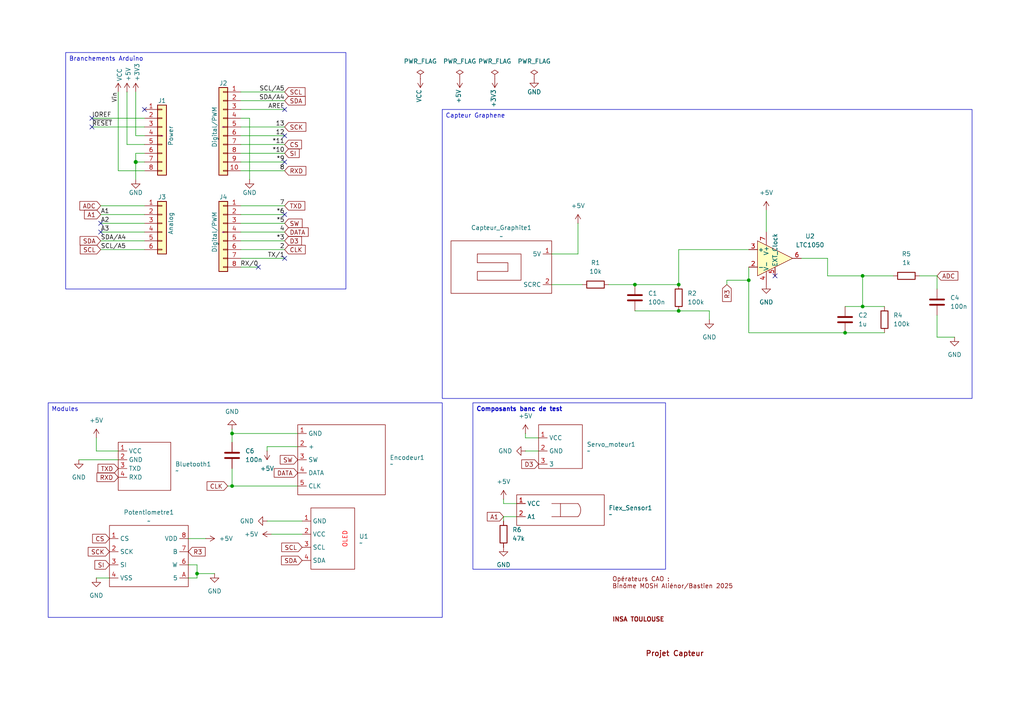
<source format=kicad_sch>
(kicad_sch
	(version 20250114)
	(generator "eeschema")
	(generator_version "9.0")
	(uuid "e63e39d7-6ac0-4ffd-8aa3-1841a4541b55")
	(paper "A4")
	(title_block
		(date "mar. 31 mars 2015")
	)
	(lib_symbols
		(symbol "Connector_Generic:Conn_01x06"
			(pin_names
				(offset 1.016)
				(hide yes)
			)
			(exclude_from_sim no)
			(in_bom yes)
			(on_board yes)
			(property "Reference" "J"
				(at 0 7.62 0)
				(effects
					(font
						(size 1.27 1.27)
					)
				)
			)
			(property "Value" "Conn_01x06"
				(at 0 -10.16 0)
				(effects
					(font
						(size 1.27 1.27)
					)
				)
			)
			(property "Footprint" ""
				(at 0 0 0)
				(effects
					(font
						(size 1.27 1.27)
					)
					(hide yes)
				)
			)
			(property "Datasheet" "~"
				(at 0 0 0)
				(effects
					(font
						(size 1.27 1.27)
					)
					(hide yes)
				)
			)
			(property "Description" "Generic connector, single row, 01x06, script generated (kicad-library-utils/schlib/autogen/connector/)"
				(at 0 0 0)
				(effects
					(font
						(size 1.27 1.27)
					)
					(hide yes)
				)
			)
			(property "ki_keywords" "connector"
				(at 0 0 0)
				(effects
					(font
						(size 1.27 1.27)
					)
					(hide yes)
				)
			)
			(property "ki_fp_filters" "Connector*:*_1x??_*"
				(at 0 0 0)
				(effects
					(font
						(size 1.27 1.27)
					)
					(hide yes)
				)
			)
			(symbol "Conn_01x06_1_1"
				(rectangle
					(start -1.27 6.35)
					(end 1.27 -8.89)
					(stroke
						(width 0.254)
						(type default)
					)
					(fill
						(type background)
					)
				)
				(rectangle
					(start -1.27 5.207)
					(end 0 4.953)
					(stroke
						(width 0.1524)
						(type default)
					)
					(fill
						(type none)
					)
				)
				(rectangle
					(start -1.27 2.667)
					(end 0 2.413)
					(stroke
						(width 0.1524)
						(type default)
					)
					(fill
						(type none)
					)
				)
				(rectangle
					(start -1.27 0.127)
					(end 0 -0.127)
					(stroke
						(width 0.1524)
						(type default)
					)
					(fill
						(type none)
					)
				)
				(rectangle
					(start -1.27 -2.413)
					(end 0 -2.667)
					(stroke
						(width 0.1524)
						(type default)
					)
					(fill
						(type none)
					)
				)
				(rectangle
					(start -1.27 -4.953)
					(end 0 -5.207)
					(stroke
						(width 0.1524)
						(type default)
					)
					(fill
						(type none)
					)
				)
				(rectangle
					(start -1.27 -7.493)
					(end 0 -7.747)
					(stroke
						(width 0.1524)
						(type default)
					)
					(fill
						(type none)
					)
				)
				(pin passive line
					(at -5.08 5.08 0)
					(length 3.81)
					(name "Pin_1"
						(effects
							(font
								(size 1.27 1.27)
							)
						)
					)
					(number "1"
						(effects
							(font
								(size 1.27 1.27)
							)
						)
					)
				)
				(pin passive line
					(at -5.08 2.54 0)
					(length 3.81)
					(name "Pin_2"
						(effects
							(font
								(size 1.27 1.27)
							)
						)
					)
					(number "2"
						(effects
							(font
								(size 1.27 1.27)
							)
						)
					)
				)
				(pin passive line
					(at -5.08 0 0)
					(length 3.81)
					(name "Pin_3"
						(effects
							(font
								(size 1.27 1.27)
							)
						)
					)
					(number "3"
						(effects
							(font
								(size 1.27 1.27)
							)
						)
					)
				)
				(pin passive line
					(at -5.08 -2.54 0)
					(length 3.81)
					(name "Pin_4"
						(effects
							(font
								(size 1.27 1.27)
							)
						)
					)
					(number "4"
						(effects
							(font
								(size 1.27 1.27)
							)
						)
					)
				)
				(pin passive line
					(at -5.08 -5.08 0)
					(length 3.81)
					(name "Pin_5"
						(effects
							(font
								(size 1.27 1.27)
							)
						)
					)
					(number "5"
						(effects
							(font
								(size 1.27 1.27)
							)
						)
					)
				)
				(pin passive line
					(at -5.08 -7.62 0)
					(length 3.81)
					(name "Pin_6"
						(effects
							(font
								(size 1.27 1.27)
							)
						)
					)
					(number "6"
						(effects
							(font
								(size 1.27 1.27)
							)
						)
					)
				)
			)
			(embedded_fonts no)
		)
		(symbol "Connector_Generic:Conn_01x08"
			(pin_names
				(offset 1.016)
				(hide yes)
			)
			(exclude_from_sim no)
			(in_bom yes)
			(on_board yes)
			(property "Reference" "J"
				(at 0 10.16 0)
				(effects
					(font
						(size 1.27 1.27)
					)
				)
			)
			(property "Value" "Conn_01x08"
				(at 0 -12.7 0)
				(effects
					(font
						(size 1.27 1.27)
					)
				)
			)
			(property "Footprint" ""
				(at 0 0 0)
				(effects
					(font
						(size 1.27 1.27)
					)
					(hide yes)
				)
			)
			(property "Datasheet" "~"
				(at 0 0 0)
				(effects
					(font
						(size 1.27 1.27)
					)
					(hide yes)
				)
			)
			(property "Description" "Generic connector, single row, 01x08, script generated (kicad-library-utils/schlib/autogen/connector/)"
				(at 0 0 0)
				(effects
					(font
						(size 1.27 1.27)
					)
					(hide yes)
				)
			)
			(property "ki_keywords" "connector"
				(at 0 0 0)
				(effects
					(font
						(size 1.27 1.27)
					)
					(hide yes)
				)
			)
			(property "ki_fp_filters" "Connector*:*_1x??_*"
				(at 0 0 0)
				(effects
					(font
						(size 1.27 1.27)
					)
					(hide yes)
				)
			)
			(symbol "Conn_01x08_1_1"
				(rectangle
					(start -1.27 8.89)
					(end 1.27 -11.43)
					(stroke
						(width 0.254)
						(type default)
					)
					(fill
						(type background)
					)
				)
				(rectangle
					(start -1.27 7.747)
					(end 0 7.493)
					(stroke
						(width 0.1524)
						(type default)
					)
					(fill
						(type none)
					)
				)
				(rectangle
					(start -1.27 5.207)
					(end 0 4.953)
					(stroke
						(width 0.1524)
						(type default)
					)
					(fill
						(type none)
					)
				)
				(rectangle
					(start -1.27 2.667)
					(end 0 2.413)
					(stroke
						(width 0.1524)
						(type default)
					)
					(fill
						(type none)
					)
				)
				(rectangle
					(start -1.27 0.127)
					(end 0 -0.127)
					(stroke
						(width 0.1524)
						(type default)
					)
					(fill
						(type none)
					)
				)
				(rectangle
					(start -1.27 -2.413)
					(end 0 -2.667)
					(stroke
						(width 0.1524)
						(type default)
					)
					(fill
						(type none)
					)
				)
				(rectangle
					(start -1.27 -4.953)
					(end 0 -5.207)
					(stroke
						(width 0.1524)
						(type default)
					)
					(fill
						(type none)
					)
				)
				(rectangle
					(start -1.27 -7.493)
					(end 0 -7.747)
					(stroke
						(width 0.1524)
						(type default)
					)
					(fill
						(type none)
					)
				)
				(rectangle
					(start -1.27 -10.033)
					(end 0 -10.287)
					(stroke
						(width 0.1524)
						(type default)
					)
					(fill
						(type none)
					)
				)
				(pin passive line
					(at -5.08 7.62 0)
					(length 3.81)
					(name "Pin_1"
						(effects
							(font
								(size 1.27 1.27)
							)
						)
					)
					(number "1"
						(effects
							(font
								(size 1.27 1.27)
							)
						)
					)
				)
				(pin passive line
					(at -5.08 5.08 0)
					(length 3.81)
					(name "Pin_2"
						(effects
							(font
								(size 1.27 1.27)
							)
						)
					)
					(number "2"
						(effects
							(font
								(size 1.27 1.27)
							)
						)
					)
				)
				(pin passive line
					(at -5.08 2.54 0)
					(length 3.81)
					(name "Pin_3"
						(effects
							(font
								(size 1.27 1.27)
							)
						)
					)
					(number "3"
						(effects
							(font
								(size 1.27 1.27)
							)
						)
					)
				)
				(pin passive line
					(at -5.08 0 0)
					(length 3.81)
					(name "Pin_4"
						(effects
							(font
								(size 1.27 1.27)
							)
						)
					)
					(number "4"
						(effects
							(font
								(size 1.27 1.27)
							)
						)
					)
				)
				(pin passive line
					(at -5.08 -2.54 0)
					(length 3.81)
					(name "Pin_5"
						(effects
							(font
								(size 1.27 1.27)
							)
						)
					)
					(number "5"
						(effects
							(font
								(size 1.27 1.27)
							)
						)
					)
				)
				(pin passive line
					(at -5.08 -5.08 0)
					(length 3.81)
					(name "Pin_6"
						(effects
							(font
								(size 1.27 1.27)
							)
						)
					)
					(number "6"
						(effects
							(font
								(size 1.27 1.27)
							)
						)
					)
				)
				(pin passive line
					(at -5.08 -7.62 0)
					(length 3.81)
					(name "Pin_7"
						(effects
							(font
								(size 1.27 1.27)
							)
						)
					)
					(number "7"
						(effects
							(font
								(size 1.27 1.27)
							)
						)
					)
				)
				(pin passive line
					(at -5.08 -10.16 0)
					(length 3.81)
					(name "Pin_8"
						(effects
							(font
								(size 1.27 1.27)
							)
						)
					)
					(number "8"
						(effects
							(font
								(size 1.27 1.27)
							)
						)
					)
				)
			)
			(embedded_fonts no)
		)
		(symbol "Connector_Generic:Conn_01x10"
			(pin_names
				(offset 1.016)
				(hide yes)
			)
			(exclude_from_sim no)
			(in_bom yes)
			(on_board yes)
			(property "Reference" "J"
				(at 0 12.7 0)
				(effects
					(font
						(size 1.27 1.27)
					)
				)
			)
			(property "Value" "Conn_01x10"
				(at 0 -15.24 0)
				(effects
					(font
						(size 1.27 1.27)
					)
				)
			)
			(property "Footprint" ""
				(at 0 0 0)
				(effects
					(font
						(size 1.27 1.27)
					)
					(hide yes)
				)
			)
			(property "Datasheet" "~"
				(at 0 0 0)
				(effects
					(font
						(size 1.27 1.27)
					)
					(hide yes)
				)
			)
			(property "Description" "Generic connector, single row, 01x10, script generated (kicad-library-utils/schlib/autogen/connector/)"
				(at 0 0 0)
				(effects
					(font
						(size 1.27 1.27)
					)
					(hide yes)
				)
			)
			(property "ki_keywords" "connector"
				(at 0 0 0)
				(effects
					(font
						(size 1.27 1.27)
					)
					(hide yes)
				)
			)
			(property "ki_fp_filters" "Connector*:*_1x??_*"
				(at 0 0 0)
				(effects
					(font
						(size 1.27 1.27)
					)
					(hide yes)
				)
			)
			(symbol "Conn_01x10_1_1"
				(rectangle
					(start -1.27 11.43)
					(end 1.27 -13.97)
					(stroke
						(width 0.254)
						(type default)
					)
					(fill
						(type background)
					)
				)
				(rectangle
					(start -1.27 10.287)
					(end 0 10.033)
					(stroke
						(width 0.1524)
						(type default)
					)
					(fill
						(type none)
					)
				)
				(rectangle
					(start -1.27 7.747)
					(end 0 7.493)
					(stroke
						(width 0.1524)
						(type default)
					)
					(fill
						(type none)
					)
				)
				(rectangle
					(start -1.27 5.207)
					(end 0 4.953)
					(stroke
						(width 0.1524)
						(type default)
					)
					(fill
						(type none)
					)
				)
				(rectangle
					(start -1.27 2.667)
					(end 0 2.413)
					(stroke
						(width 0.1524)
						(type default)
					)
					(fill
						(type none)
					)
				)
				(rectangle
					(start -1.27 0.127)
					(end 0 -0.127)
					(stroke
						(width 0.1524)
						(type default)
					)
					(fill
						(type none)
					)
				)
				(rectangle
					(start -1.27 -2.413)
					(end 0 -2.667)
					(stroke
						(width 0.1524)
						(type default)
					)
					(fill
						(type none)
					)
				)
				(rectangle
					(start -1.27 -4.953)
					(end 0 -5.207)
					(stroke
						(width 0.1524)
						(type default)
					)
					(fill
						(type none)
					)
				)
				(rectangle
					(start -1.27 -7.493)
					(end 0 -7.747)
					(stroke
						(width 0.1524)
						(type default)
					)
					(fill
						(type none)
					)
				)
				(rectangle
					(start -1.27 -10.033)
					(end 0 -10.287)
					(stroke
						(width 0.1524)
						(type default)
					)
					(fill
						(type none)
					)
				)
				(rectangle
					(start -1.27 -12.573)
					(end 0 -12.827)
					(stroke
						(width 0.1524)
						(type default)
					)
					(fill
						(type none)
					)
				)
				(pin passive line
					(at -5.08 10.16 0)
					(length 3.81)
					(name "Pin_1"
						(effects
							(font
								(size 1.27 1.27)
							)
						)
					)
					(number "1"
						(effects
							(font
								(size 1.27 1.27)
							)
						)
					)
				)
				(pin passive line
					(at -5.08 7.62 0)
					(length 3.81)
					(name "Pin_2"
						(effects
							(font
								(size 1.27 1.27)
							)
						)
					)
					(number "2"
						(effects
							(font
								(size 1.27 1.27)
							)
						)
					)
				)
				(pin passive line
					(at -5.08 5.08 0)
					(length 3.81)
					(name "Pin_3"
						(effects
							(font
								(size 1.27 1.27)
							)
						)
					)
					(number "3"
						(effects
							(font
								(size 1.27 1.27)
							)
						)
					)
				)
				(pin passive line
					(at -5.08 2.54 0)
					(length 3.81)
					(name "Pin_4"
						(effects
							(font
								(size 1.27 1.27)
							)
						)
					)
					(number "4"
						(effects
							(font
								(size 1.27 1.27)
							)
						)
					)
				)
				(pin passive line
					(at -5.08 0 0)
					(length 3.81)
					(name "Pin_5"
						(effects
							(font
								(size 1.27 1.27)
							)
						)
					)
					(number "5"
						(effects
							(font
								(size 1.27 1.27)
							)
						)
					)
				)
				(pin passive line
					(at -5.08 -2.54 0)
					(length 3.81)
					(name "Pin_6"
						(effects
							(font
								(size 1.27 1.27)
							)
						)
					)
					(number "6"
						(effects
							(font
								(size 1.27 1.27)
							)
						)
					)
				)
				(pin passive line
					(at -5.08 -5.08 0)
					(length 3.81)
					(name "Pin_7"
						(effects
							(font
								(size 1.27 1.27)
							)
						)
					)
					(number "7"
						(effects
							(font
								(size 1.27 1.27)
							)
						)
					)
				)
				(pin passive line
					(at -5.08 -7.62 0)
					(length 3.81)
					(name "Pin_8"
						(effects
							(font
								(size 1.27 1.27)
							)
						)
					)
					(number "8"
						(effects
							(font
								(size 1.27 1.27)
							)
						)
					)
				)
				(pin passive line
					(at -5.08 -10.16 0)
					(length 3.81)
					(name "Pin_9"
						(effects
							(font
								(size 1.27 1.27)
							)
						)
					)
					(number "9"
						(effects
							(font
								(size 1.27 1.27)
							)
						)
					)
				)
				(pin passive line
					(at -5.08 -12.7 0)
					(length 3.81)
					(name "Pin_10"
						(effects
							(font
								(size 1.27 1.27)
							)
						)
					)
					(number "10"
						(effects
							(font
								(size 1.27 1.27)
							)
						)
					)
				)
			)
			(embedded_fonts no)
		)
		(symbol "Device:C"
			(pin_numbers
				(hide yes)
			)
			(pin_names
				(offset 0.254)
			)
			(exclude_from_sim no)
			(in_bom yes)
			(on_board yes)
			(property "Reference" "C"
				(at 0.635 2.54 0)
				(effects
					(font
						(size 1.27 1.27)
					)
					(justify left)
				)
			)
			(property "Value" "C"
				(at 0.635 -2.54 0)
				(effects
					(font
						(size 1.27 1.27)
					)
					(justify left)
				)
			)
			(property "Footprint" ""
				(at 0.9652 -3.81 0)
				(effects
					(font
						(size 1.27 1.27)
					)
					(hide yes)
				)
			)
			(property "Datasheet" "~"
				(at 0 0 0)
				(effects
					(font
						(size 1.27 1.27)
					)
					(hide yes)
				)
			)
			(property "Description" "Unpolarized capacitor"
				(at 0 0 0)
				(effects
					(font
						(size 1.27 1.27)
					)
					(hide yes)
				)
			)
			(property "ki_keywords" "cap capacitor"
				(at 0 0 0)
				(effects
					(font
						(size 1.27 1.27)
					)
					(hide yes)
				)
			)
			(property "ki_fp_filters" "C_*"
				(at 0 0 0)
				(effects
					(font
						(size 1.27 1.27)
					)
					(hide yes)
				)
			)
			(symbol "C_0_1"
				(polyline
					(pts
						(xy -2.032 0.762) (xy 2.032 0.762)
					)
					(stroke
						(width 0.508)
						(type default)
					)
					(fill
						(type none)
					)
				)
				(polyline
					(pts
						(xy -2.032 -0.762) (xy 2.032 -0.762)
					)
					(stroke
						(width 0.508)
						(type default)
					)
					(fill
						(type none)
					)
				)
			)
			(symbol "C_1_1"
				(pin passive line
					(at 0 3.81 270)
					(length 2.794)
					(name "~"
						(effects
							(font
								(size 1.27 1.27)
							)
						)
					)
					(number "1"
						(effects
							(font
								(size 1.27 1.27)
							)
						)
					)
				)
				(pin passive line
					(at 0 -3.81 90)
					(length 2.794)
					(name "~"
						(effects
							(font
								(size 1.27 1.27)
							)
						)
					)
					(number "2"
						(effects
							(font
								(size 1.27 1.27)
							)
						)
					)
				)
			)
			(embedded_fonts no)
		)
		(symbol "Device:R"
			(pin_numbers
				(hide yes)
			)
			(pin_names
				(offset 0)
			)
			(exclude_from_sim no)
			(in_bom yes)
			(on_board yes)
			(property "Reference" "R"
				(at 2.032 0 90)
				(effects
					(font
						(size 1.27 1.27)
					)
				)
			)
			(property "Value" "R"
				(at 0 0 90)
				(effects
					(font
						(size 1.27 1.27)
					)
				)
			)
			(property "Footprint" ""
				(at -1.778 0 90)
				(effects
					(font
						(size 1.27 1.27)
					)
					(hide yes)
				)
			)
			(property "Datasheet" "~"
				(at 0 0 0)
				(effects
					(font
						(size 1.27 1.27)
					)
					(hide yes)
				)
			)
			(property "Description" "Resistor"
				(at 0 0 0)
				(effects
					(font
						(size 1.27 1.27)
					)
					(hide yes)
				)
			)
			(property "ki_keywords" "R res resistor"
				(at 0 0 0)
				(effects
					(font
						(size 1.27 1.27)
					)
					(hide yes)
				)
			)
			(property "ki_fp_filters" "R_*"
				(at 0 0 0)
				(effects
					(font
						(size 1.27 1.27)
					)
					(hide yes)
				)
			)
			(symbol "R_0_1"
				(rectangle
					(start -1.016 -2.54)
					(end 1.016 2.54)
					(stroke
						(width 0.254)
						(type default)
					)
					(fill
						(type none)
					)
				)
			)
			(symbol "R_1_1"
				(pin passive line
					(at 0 3.81 270)
					(length 1.27)
					(name "~"
						(effects
							(font
								(size 1.27 1.27)
							)
						)
					)
					(number "1"
						(effects
							(font
								(size 1.27 1.27)
							)
						)
					)
				)
				(pin passive line
					(at 0 -3.81 90)
					(length 1.27)
					(name "~"
						(effects
							(font
								(size 1.27 1.27)
							)
						)
					)
					(number "2"
						(effects
							(font
								(size 1.27 1.27)
							)
						)
					)
				)
			)
			(embedded_fonts no)
		)
		(symbol "ma_librairie:Capteur_0"
			(exclude_from_sim no)
			(in_bom yes)
			(on_board yes)
			(property "Reference" "Capteur_Graphite"
				(at 0 0 0)
				(effects
					(font
						(size 1.27 1.27)
					)
				)
			)
			(property "Value" ""
				(at 0 0 0)
				(effects
					(font
						(size 1.27 1.27)
					)
				)
			)
			(property "Footprint" ""
				(at 0 0 0)
				(effects
					(font
						(size 1.27 1.27)
					)
					(hide yes)
				)
			)
			(property "Datasheet" ""
				(at 0 0 0)
				(effects
					(font
						(size 1.27 1.27)
					)
					(hide yes)
				)
			)
			(property "Description" ""
				(at 0 0 0)
				(effects
					(font
						(size 1.27 1.27)
					)
					(hide yes)
				)
			)
			(symbol "Capteur_0_0_1"
				(rectangle
					(start -13.97 -3.81)
					(end 15.24 -19.05)
					(stroke
						(width 0)
						(type default)
					)
					(fill
						(type none)
					)
				)
				(polyline
					(pts
						(xy -6.35 -7.62) (xy 6.35 -7.62) (xy 6.35 -15.24) (xy -6.35 -15.24) (xy -6.35 -12.7) (xy 2.54 -12.7)
						(xy 2.54 -10.16) (xy -6.35 -10.16) (xy -6.35 -7.62)
					)
					(stroke
						(width 0)
						(type default)
					)
					(fill
						(type none)
					)
				)
			)
			(symbol "Capteur_0_1_1"
				(pin input line
					(at 15.24 -7.62 180)
					(length 2.54)
					(name "5V"
						(effects
							(font
								(size 1.27 1.27)
							)
						)
					)
					(number "1"
						(effects
							(font
								(size 1.27 1.27)
							)
						)
					)
				)
				(pin output line
					(at 15.24 -16.51 180)
					(length 2.54)
					(name "SCRC"
						(effects
							(font
								(size 1.27 1.27)
							)
						)
					)
					(number "2"
						(effects
							(font
								(size 1.27 1.27)
							)
						)
					)
				)
			)
			(embedded_fonts no)
		)
		(symbol "ma_librairie:Encodeur"
			(exclude_from_sim no)
			(in_bom yes)
			(on_board yes)
			(property "Reference" "Encodeur1"
				(at 13.97 -12.0649 0)
				(effects
					(font
						(size 1.27 1.27)
					)
					(justify left)
				)
			)
			(property "Value" "~"
				(at 13.97 -13.97 0)
				(effects
					(font
						(size 1.27 1.27)
					)
					(justify left)
				)
			)
			(property "Footprint" "ma_lib_empreinte:Encodeur"
				(at 0 0 0)
				(effects
					(font
						(size 1.27 1.27)
					)
					(hide yes)
				)
			)
			(property "Datasheet" ""
				(at 0 0 0)
				(effects
					(font
						(size 1.27 1.27)
					)
					(hide yes)
				)
			)
			(property "Description" ""
				(at 0 0 0)
				(effects
					(font
						(size 1.27 1.27)
					)
					(hide yes)
				)
			)
			(symbol "Encodeur_0_1"
				(rectangle
					(start -12.7 -2.54)
					(end 12.7 -22.86)
					(stroke
						(width 0)
						(type default)
					)
					(fill
						(type none)
					)
				)
			)
			(symbol "Encodeur_1_1"
				(pin input line
					(at -12.7 -5.08 0)
					(length 2.54)
					(name "GND"
						(effects
							(font
								(size 1.27 1.27)
							)
						)
					)
					(number "1"
						(effects
							(font
								(size 1.27 1.27)
							)
						)
					)
				)
				(pin input line
					(at -12.7 -8.89 0)
					(length 2.54)
					(name "+"
						(effects
							(font
								(size 1.27 1.27)
							)
						)
					)
					(number "2"
						(effects
							(font
								(size 1.27 1.27)
							)
						)
					)
				)
				(pin output line
					(at -12.7 -12.7 0)
					(length 2.54)
					(name "SW"
						(effects
							(font
								(size 1.27 1.27)
							)
						)
					)
					(number "3"
						(effects
							(font
								(size 1.27 1.27)
							)
						)
					)
				)
				(pin input line
					(at -12.7 -16.51 0)
					(length 2.54)
					(name "DATA"
						(effects
							(font
								(size 1.27 1.27)
							)
						)
					)
					(number "4"
						(effects
							(font
								(size 1.27 1.27)
							)
						)
					)
				)
				(pin input line
					(at -12.7 -20.32 0)
					(length 2.54)
					(name "CLK"
						(effects
							(font
								(size 1.27 1.27)
							)
						)
					)
					(number "5"
						(effects
							(font
								(size 1.27 1.27)
							)
						)
					)
				)
			)
			(embedded_fonts no)
		)
		(symbol "ma_librairie:Flex_Sensor"
			(exclude_from_sim no)
			(in_bom yes)
			(on_board yes)
			(property "Reference" "Flex_Sensor"
				(at 0 0 0)
				(effects
					(font
						(size 1.27 1.27)
					)
				)
			)
			(property "Value" ""
				(at 0 0 0)
				(effects
					(font
						(size 1.27 1.27)
					)
				)
			)
			(property "Footprint" ""
				(at 0 0 0)
				(effects
					(font
						(size 1.27 1.27)
					)
					(hide yes)
				)
			)
			(property "Datasheet" ""
				(at 0 0 0)
				(effects
					(font
						(size 1.27 1.27)
					)
					(hide yes)
				)
			)
			(property "Description" ""
				(at 0 0 0)
				(effects
					(font
						(size 1.27 1.27)
					)
					(hide yes)
				)
			)
			(symbol "Flex_Sensor_0_1"
				(rectangle
					(start -12.7 -2.54)
					(end 12.7 -11.43)
					(stroke
						(width 0)
						(type default)
					)
					(fill
						(type none)
					)
				)
				(polyline
					(pts
						(xy 0 -8.89) (xy 0 -5.08)
					)
					(stroke
						(width 0)
						(type default)
					)
					(fill
						(type none)
					)
				)
				(arc
					(start 5.08 -5.08)
					(mid 5.8691 -6.985)
					(end 5.08 -8.89)
					(stroke
						(width 0)
						(type default)
					)
					(fill
						(type none)
					)
				)
				(polyline
					(pts
						(xy 5.08 -5.08) (xy -2.54 -5.08)
					)
					(stroke
						(width 0)
						(type default)
					)
					(fill
						(type none)
					)
				)
				(polyline
					(pts
						(xy 5.08 -8.89) (xy -2.54 -8.89)
					)
					(stroke
						(width 0)
						(type default)
					)
					(fill
						(type none)
					)
				)
				(polyline
					(pts
						(xy 5.08 -8.89) (xy 5.08 -8.89)
					)
					(stroke
						(width 0)
						(type default)
					)
					(fill
						(type none)
					)
				)
			)
			(symbol "Flex_Sensor_1_1"
				(pin bidirectional line
					(at -12.7 -5.08 0)
					(length 2.54)
					(name "VCC"
						(effects
							(font
								(size 1.27 1.27)
							)
						)
					)
					(number "1"
						(effects
							(font
								(size 1.27 1.27)
							)
						)
					)
				)
				(pin bidirectional line
					(at -12.7 -8.89 0)
					(length 2.54)
					(name "A1"
						(effects
							(font
								(size 1.27 1.27)
							)
						)
					)
					(number "2"
						(effects
							(font
								(size 1.27 1.27)
							)
						)
					)
				)
			)
			(embedded_fonts no)
		)
		(symbol "ma_librairie:LTC1050"
			(pin_names
				(offset 0.127)
			)
			(exclude_from_sim no)
			(in_bom yes)
			(on_board yes)
			(property "Reference" "U"
				(at 2.54 5.08 0)
				(effects
					(font
						(size 1.27 1.27)
					)
				)
			)
			(property "Value" "LTC1050"
				(at 7.62 2.54 0)
				(effects
					(font
						(size 1.27 1.27)
					)
				)
			)
			(property "Footprint" "Package_SO:MSOP-8_3x3mm_P0.65mm"
				(at 0 -23.876 0)
				(effects
					(font
						(size 1.27 1.27)
					)
					(hide yes)
				)
			)
			(property "Datasheet" "https://www.analog.com/media/en/technical-documentation/data-sheets/OP1177_2177_4177.pdf"
				(at 6.096 -17.526 0)
				(effects
					(font
						(size 1.27 1.27)
					)
					(hide yes)
				)
			)
			(property "Description" "Precision Low Noise, Low Input Bias Current Operational Amplifier, MSOP-8"
				(at 2.54 -19.558 0)
				(effects
					(font
						(size 1.27 1.27)
					)
					(hide yes)
				)
			)
			(property "ki_keywords" "single operational amplifier"
				(at 0 0 0)
				(effects
					(font
						(size 1.27 1.27)
					)
					(hide yes)
				)
			)
			(property "ki_fp_filters" "MSOP*3x3mm*P0.65mm*"
				(at 0 0 0)
				(effects
					(font
						(size 1.27 1.27)
					)
					(hide yes)
				)
			)
			(symbol "LTC1050_0_1"
				(polyline
					(pts
						(xy -5.08 5.08) (xy -5.08 -5.08) (xy 5.08 0) (xy -5.08 5.08)
					)
					(stroke
						(width 0)
						(type default)
					)
					(fill
						(type background)
					)
				)
			)
			(symbol "LTC1050_1_1"
				(pin input line
					(at -7.62 2.54 0)
					(length 2.54)
					(name "+"
						(effects
							(font
								(size 1.27 1.27)
							)
						)
					)
					(number "3"
						(effects
							(font
								(size 1.27 1.27)
							)
						)
					)
				)
				(pin input line
					(at -7.62 -2.54 0)
					(length 2.54)
					(name "-"
						(effects
							(font
								(size 1.27 1.27)
							)
						)
					)
					(number "2"
						(effects
							(font
								(size 1.27 1.27)
							)
						)
					)
				)
				(pin no_connect line
					(at -5.08 0 0)
					(length 3.81)
					(hide yes)
					(name "NC"
						(effects
							(font
								(size 1.27 1.27)
							)
						)
					)
					(number "1"
						(effects
							(font
								(size 1.27 1.27)
							)
						)
					)
				)
				(pin power_in line
					(at -2.54 7.62 270)
					(length 3.81)
					(name "V+"
						(effects
							(font
								(size 1.27 1.27)
							)
						)
					)
					(number "7"
						(effects
							(font
								(size 1.27 1.27)
							)
						)
					)
				)
				(pin power_in line
					(at -2.54 -7.62 90)
					(length 3.81)
					(name "V-"
						(effects
							(font
								(size 1.27 1.27)
							)
						)
					)
					(number "4"
						(effects
							(font
								(size 1.27 1.27)
							)
						)
					)
				)
				(pin no_connect line
					(at 0 2.54 270)
					(length 3.81)
					(hide yes)
					(name "NC"
						(effects
							(font
								(size 1.27 1.27)
							)
						)
					)
					(number "8"
						(effects
							(font
								(size 1.27 1.27)
							)
						)
					)
				)
				(pin input line
					(at 0 -5.08 90)
					(length 2.54)
					(name "EXT_Clock"
						(effects
							(font
								(size 1.27 1.27)
							)
						)
					)
					(number "5"
						(effects
							(font
								(size 1.27 1.27)
							)
						)
					)
				)
				(pin output line
					(at 7.62 0 180)
					(length 2.54)
					(name "~"
						(effects
							(font
								(size 1.27 1.27)
							)
						)
					)
					(number "6"
						(effects
							(font
								(size 1.27 1.27)
							)
						)
					)
				)
			)
			(embedded_fonts no)
		)
		(symbol "ma_librairie:Module_Bluetooth"
			(exclude_from_sim no)
			(in_bom yes)
			(on_board yes)
			(property "Reference" "Bluetooth"
				(at 0 0 0)
				(effects
					(font
						(size 1.27 1.27)
					)
				)
			)
			(property "Value" ""
				(at 0 0 0)
				(effects
					(font
						(size 1.27 1.27)
					)
				)
			)
			(property "Footprint" ""
				(at 0 0 0)
				(effects
					(font
						(size 1.27 1.27)
					)
					(hide yes)
				)
			)
			(property "Datasheet" ""
				(at 0 0 0)
				(effects
					(font
						(size 1.27 1.27)
					)
					(hide yes)
				)
			)
			(property "Description" ""
				(at 0 0 0)
				(effects
					(font
						(size 1.27 1.27)
					)
					(hide yes)
				)
			)
			(symbol "Module_Bluetooth_0_1"
				(rectangle
					(start -7.62 -2.54)
					(end 7.62 -16.51)
					(stroke
						(width 0)
						(type default)
					)
					(fill
						(type none)
					)
				)
			)
			(symbol "Module_Bluetooth_1_1"
				(pin input line
					(at -7.62 -5.08 0)
					(length 2.54)
					(name "VCC"
						(effects
							(font
								(size 1.27 1.27)
							)
						)
					)
					(number "1"
						(effects
							(font
								(size 1.27 1.27)
							)
						)
					)
				)
				(pin input line
					(at -7.62 -7.62 0)
					(length 2.54)
					(name "GND"
						(effects
							(font
								(size 1.27 1.27)
							)
						)
					)
					(number "2"
						(effects
							(font
								(size 1.27 1.27)
							)
						)
					)
				)
				(pin output line
					(at -7.62 -10.16 0)
					(length 2.54)
					(name "TXD"
						(effects
							(font
								(size 1.27 1.27)
							)
						)
					)
					(number "3"
						(effects
							(font
								(size 1.27 1.27)
							)
						)
					)
				)
				(pin input line
					(at -7.62 -12.7 0)
					(length 2.54)
					(name "RXD"
						(effects
							(font
								(size 1.27 1.27)
							)
						)
					)
					(number "4"
						(effects
							(font
								(size 1.27 1.27)
							)
						)
					)
				)
			)
			(embedded_fonts no)
		)
		(symbol "ma_librairie:Potentiometre"
			(exclude_from_sim no)
			(in_bom yes)
			(on_board yes)
			(property "Reference" "Potentiometre"
				(at 0 0 0)
				(effects
					(font
						(size 1.27 1.27)
					)
				)
			)
			(property "Value" ""
				(at 0 0 0)
				(effects
					(font
						(size 1.27 1.27)
					)
				)
			)
			(property "Footprint" ""
				(at 0 0 0)
				(effects
					(font
						(size 1.27 1.27)
					)
					(hide yes)
				)
			)
			(property "Datasheet" ""
				(at 0 0 0)
				(effects
					(font
						(size 1.27 1.27)
					)
					(hide yes)
				)
			)
			(property "Description" ""
				(at 0 0 0)
				(effects
					(font
						(size 1.27 1.27)
					)
					(hide yes)
				)
			)
			(symbol "Potentiometre_0_1"
				(rectangle
					(start -11.43 -2.54)
					(end 11.43 -20.32)
					(stroke
						(width 0)
						(type default)
					)
					(fill
						(type none)
					)
				)
			)
			(symbol "Potentiometre_1_1"
				(pin bidirectional line
					(at -11.43 -6.35 0)
					(length 2.54)
					(name "CS"
						(effects
							(font
								(size 1.27 1.27)
							)
						)
					)
					(number "1"
						(effects
							(font
								(size 1.27 1.27)
							)
						)
					)
				)
				(pin bidirectional line
					(at -11.43 -10.16 0)
					(length 2.54)
					(name "SCK"
						(effects
							(font
								(size 1.27 1.27)
							)
						)
					)
					(number "2"
						(effects
							(font
								(size 1.27 1.27)
							)
						)
					)
				)
				(pin bidirectional line
					(at -11.43 -13.97 0)
					(length 2.54)
					(name "SI"
						(effects
							(font
								(size 1.27 1.27)
							)
						)
					)
					(number "3"
						(effects
							(font
								(size 1.27 1.27)
							)
						)
					)
				)
				(pin bidirectional line
					(at -11.43 -17.78 0)
					(length 2.54)
					(name "VSS"
						(effects
							(font
								(size 1.27 1.27)
							)
						)
					)
					(number "4"
						(effects
							(font
								(size 1.27 1.27)
							)
						)
					)
				)
				(pin bidirectional line
					(at 11.43 -6.35 180)
					(length 2.54)
					(name "VDD"
						(effects
							(font
								(size 1.27 1.27)
							)
						)
					)
					(number "8"
						(effects
							(font
								(size 1.27 1.27)
							)
						)
					)
				)
				(pin bidirectional line
					(at 11.43 -10.16 180)
					(length 2.54)
					(name "B"
						(effects
							(font
								(size 1.27 1.27)
							)
						)
					)
					(number "7"
						(effects
							(font
								(size 1.27 1.27)
							)
						)
					)
				)
				(pin bidirectional line
					(at 11.43 -13.97 180)
					(length 2.54)
					(name "W"
						(effects
							(font
								(size 1.27 1.27)
							)
						)
					)
					(number "6"
						(effects
							(font
								(size 1.27 1.27)
							)
						)
					)
				)
				(pin bidirectional line
					(at 11.43 -17.78 180)
					(length 2.54)
					(name "5"
						(effects
							(font
								(size 1.27 1.27)
							)
						)
					)
					(number "A"
						(effects
							(font
								(size 1.27 1.27)
							)
						)
					)
				)
			)
			(embedded_fonts no)
		)
		(symbol "ma_librairie:Servo_moteur"
			(exclude_from_sim no)
			(in_bom yes)
			(on_board yes)
			(property "Reference" "Servo_moteur"
				(at 0 0 0)
				(effects
					(font
						(size 1.27 1.27)
					)
				)
			)
			(property "Value" ""
				(at 0 0 0)
				(effects
					(font
						(size 1.27 1.27)
					)
				)
			)
			(property "Footprint" ""
				(at 0 0 0)
				(effects
					(font
						(size 1.27 1.27)
					)
					(hide yes)
				)
			)
			(property "Datasheet" ""
				(at 0 0 0)
				(effects
					(font
						(size 1.27 1.27)
					)
					(hide yes)
				)
			)
			(property "Description" ""
				(at 0 0 0)
				(effects
					(font
						(size 1.27 1.27)
					)
					(hide yes)
				)
			)
			(symbol "Servo_moteur_0_1"
				(rectangle
					(start -6.35 -2.54)
					(end 6.35 -15.24)
					(stroke
						(width 0)
						(type default)
					)
					(fill
						(type none)
					)
				)
			)
			(symbol "Servo_moteur_1_1"
				(pin bidirectional line
					(at -6.35 -6.35 0)
					(length 2.54)
					(name "VCC"
						(effects
							(font
								(size 1.27 1.27)
							)
						)
					)
					(number "1"
						(effects
							(font
								(size 1.27 1.27)
							)
						)
					)
				)
				(pin bidirectional line
					(at -6.35 -10.16 0)
					(length 2.54)
					(name "GND"
						(effects
							(font
								(size 1.27 1.27)
							)
						)
					)
					(number "2"
						(effects
							(font
								(size 1.27 1.27)
							)
						)
					)
				)
				(pin bidirectional line
					(at -6.35 -13.97 0)
					(length 2.54)
					(name "3"
						(effects
							(font
								(size 1.27 1.27)
							)
						)
					)
					(number "3"
						(effects
							(font
								(size 1.27 1.27)
							)
						)
					)
				)
			)
			(embedded_fonts no)
		)
		(symbol "ma_librairie:oled"
			(exclude_from_sim no)
			(in_bom yes)
			(on_board yes)
			(property "Reference" "U"
				(at 0 0 0)
				(effects
					(font
						(size 1.27 1.27)
					)
				)
			)
			(property "Value" ""
				(at 0 0 0)
				(effects
					(font
						(size 1.27 1.27)
					)
				)
			)
			(property "Footprint" ""
				(at 0 0 0)
				(effects
					(font
						(size 1.27 1.27)
					)
					(hide yes)
				)
			)
			(property "Datasheet" ""
				(at 0 0 0)
				(effects
					(font
						(size 1.27 1.27)
					)
					(hide yes)
				)
			)
			(property "Description" ""
				(at 0 0 0)
				(effects
					(font
						(size 1.27 1.27)
					)
					(hide yes)
				)
			)
			(symbol "oled_0_1"
				(rectangle
					(start -8.89 6.35)
					(end 8.89 -6.35)
					(stroke
						(width 0)
						(type default)
					)
					(fill
						(type none)
					)
				)
			)
			(symbol "oled_1_1"
				(text "OLED"
					(at 0 3.556 0)
					(effects
						(font
							(size 1.27 1.27)
							(color 255 0 6 1)
						)
					)
				)
				(pin input line
					(at -5.08 -8.89 90)
					(length 2.54)
					(name "GND"
						(effects
							(font
								(size 1.27 1.27)
							)
						)
					)
					(number "1"
						(effects
							(font
								(size 1.27 1.27)
							)
						)
					)
				)
				(pin input line
					(at -1.27 -8.89 90)
					(length 2.54)
					(name "VCC"
						(effects
							(font
								(size 1.27 1.27)
							)
						)
					)
					(number "2"
						(effects
							(font
								(size 1.27 1.27)
							)
						)
					)
				)
				(pin input line
					(at 2.54 -8.89 90)
					(length 2.54)
					(name "SCL"
						(effects
							(font
								(size 1.27 1.27)
							)
						)
					)
					(number "3"
						(effects
							(font
								(size 1.27 1.27)
							)
						)
					)
				)
				(pin input line
					(at 6.35 -8.89 90)
					(length 2.54)
					(name "SDA"
						(effects
							(font
								(size 1.27 1.27)
							)
						)
					)
					(number "4"
						(effects
							(font
								(size 1.27 1.27)
							)
						)
					)
				)
			)
			(embedded_fonts no)
		)
		(symbol "power:+3V3"
			(power)
			(pin_numbers
				(hide yes)
			)
			(pin_names
				(offset 0)
				(hide yes)
			)
			(exclude_from_sim no)
			(in_bom yes)
			(on_board yes)
			(property "Reference" "#PWR"
				(at 0 -3.81 0)
				(effects
					(font
						(size 1.27 1.27)
					)
					(hide yes)
				)
			)
			(property "Value" "+3V3"
				(at 0 3.556 0)
				(effects
					(font
						(size 1.27 1.27)
					)
				)
			)
			(property "Footprint" ""
				(at 0 0 0)
				(effects
					(font
						(size 1.27 1.27)
					)
					(hide yes)
				)
			)
			(property "Datasheet" ""
				(at 0 0 0)
				(effects
					(font
						(size 1.27 1.27)
					)
					(hide yes)
				)
			)
			(property "Description" "Power symbol creates a global label with name \"+3V3\""
				(at 0 0 0)
				(effects
					(font
						(size 1.27 1.27)
					)
					(hide yes)
				)
			)
			(property "ki_keywords" "global power"
				(at 0 0 0)
				(effects
					(font
						(size 1.27 1.27)
					)
					(hide yes)
				)
			)
			(symbol "+3V3_0_1"
				(polyline
					(pts
						(xy -0.762 1.27) (xy 0 2.54)
					)
					(stroke
						(width 0)
						(type default)
					)
					(fill
						(type none)
					)
				)
				(polyline
					(pts
						(xy 0 2.54) (xy 0.762 1.27)
					)
					(stroke
						(width 0)
						(type default)
					)
					(fill
						(type none)
					)
				)
				(polyline
					(pts
						(xy 0 0) (xy 0 2.54)
					)
					(stroke
						(width 0)
						(type default)
					)
					(fill
						(type none)
					)
				)
			)
			(symbol "+3V3_1_1"
				(pin power_in line
					(at 0 0 90)
					(length 0)
					(name "~"
						(effects
							(font
								(size 1.27 1.27)
							)
						)
					)
					(number "1"
						(effects
							(font
								(size 1.27 1.27)
							)
						)
					)
				)
			)
			(embedded_fonts no)
		)
		(symbol "power:+5V"
			(power)
			(pin_numbers
				(hide yes)
			)
			(pin_names
				(offset 0)
				(hide yes)
			)
			(exclude_from_sim no)
			(in_bom yes)
			(on_board yes)
			(property "Reference" "#PWR"
				(at 0 -3.81 0)
				(effects
					(font
						(size 1.27 1.27)
					)
					(hide yes)
				)
			)
			(property "Value" "+5V"
				(at 0 3.556 0)
				(effects
					(font
						(size 1.27 1.27)
					)
				)
			)
			(property "Footprint" ""
				(at 0 0 0)
				(effects
					(font
						(size 1.27 1.27)
					)
					(hide yes)
				)
			)
			(property "Datasheet" ""
				(at 0 0 0)
				(effects
					(font
						(size 1.27 1.27)
					)
					(hide yes)
				)
			)
			(property "Description" "Power symbol creates a global label with name \"+5V\""
				(at 0 0 0)
				(effects
					(font
						(size 1.27 1.27)
					)
					(hide yes)
				)
			)
			(property "ki_keywords" "global power"
				(at 0 0 0)
				(effects
					(font
						(size 1.27 1.27)
					)
					(hide yes)
				)
			)
			(symbol "+5V_0_1"
				(polyline
					(pts
						(xy -0.762 1.27) (xy 0 2.54)
					)
					(stroke
						(width 0)
						(type default)
					)
					(fill
						(type none)
					)
				)
				(polyline
					(pts
						(xy 0 2.54) (xy 0.762 1.27)
					)
					(stroke
						(width 0)
						(type default)
					)
					(fill
						(type none)
					)
				)
				(polyline
					(pts
						(xy 0 0) (xy 0 2.54)
					)
					(stroke
						(width 0)
						(type default)
					)
					(fill
						(type none)
					)
				)
			)
			(symbol "+5V_1_1"
				(pin power_in line
					(at 0 0 90)
					(length 0)
					(name "~"
						(effects
							(font
								(size 1.27 1.27)
							)
						)
					)
					(number "1"
						(effects
							(font
								(size 1.27 1.27)
							)
						)
					)
				)
			)
			(embedded_fonts no)
		)
		(symbol "power:GND"
			(power)
			(pin_numbers
				(hide yes)
			)
			(pin_names
				(offset 0)
				(hide yes)
			)
			(exclude_from_sim no)
			(in_bom yes)
			(on_board yes)
			(property "Reference" "#PWR"
				(at 0 -6.35 0)
				(effects
					(font
						(size 1.27 1.27)
					)
					(hide yes)
				)
			)
			(property "Value" "GND"
				(at 0 -3.81 0)
				(effects
					(font
						(size 1.27 1.27)
					)
				)
			)
			(property "Footprint" ""
				(at 0 0 0)
				(effects
					(font
						(size 1.27 1.27)
					)
					(hide yes)
				)
			)
			(property "Datasheet" ""
				(at 0 0 0)
				(effects
					(font
						(size 1.27 1.27)
					)
					(hide yes)
				)
			)
			(property "Description" "Power symbol creates a global label with name \"GND\" , ground"
				(at 0 0 0)
				(effects
					(font
						(size 1.27 1.27)
					)
					(hide yes)
				)
			)
			(property "ki_keywords" "global power"
				(at 0 0 0)
				(effects
					(font
						(size 1.27 1.27)
					)
					(hide yes)
				)
			)
			(symbol "GND_0_1"
				(polyline
					(pts
						(xy 0 0) (xy 0 -1.27) (xy 1.27 -1.27) (xy 0 -2.54) (xy -1.27 -1.27) (xy 0 -1.27)
					)
					(stroke
						(width 0)
						(type default)
					)
					(fill
						(type none)
					)
				)
			)
			(symbol "GND_1_1"
				(pin power_in line
					(at 0 0 270)
					(length 0)
					(name "~"
						(effects
							(font
								(size 1.27 1.27)
							)
						)
					)
					(number "1"
						(effects
							(font
								(size 1.27 1.27)
							)
						)
					)
				)
			)
			(embedded_fonts no)
		)
		(symbol "power:PWR_FLAG"
			(power)
			(pin_numbers
				(hide yes)
			)
			(pin_names
				(offset 0)
				(hide yes)
			)
			(exclude_from_sim no)
			(in_bom yes)
			(on_board yes)
			(property "Reference" "#FLG"
				(at 0 1.905 0)
				(effects
					(font
						(size 1.27 1.27)
					)
					(hide yes)
				)
			)
			(property "Value" "PWR_FLAG"
				(at 0 3.81 0)
				(effects
					(font
						(size 1.27 1.27)
					)
				)
			)
			(property "Footprint" ""
				(at 0 0 0)
				(effects
					(font
						(size 1.27 1.27)
					)
					(hide yes)
				)
			)
			(property "Datasheet" "~"
				(at 0 0 0)
				(effects
					(font
						(size 1.27 1.27)
					)
					(hide yes)
				)
			)
			(property "Description" "Special symbol for telling ERC where power comes from"
				(at 0 0 0)
				(effects
					(font
						(size 1.27 1.27)
					)
					(hide yes)
				)
			)
			(property "ki_keywords" "flag power"
				(at 0 0 0)
				(effects
					(font
						(size 1.27 1.27)
					)
					(hide yes)
				)
			)
			(symbol "PWR_FLAG_0_0"
				(pin power_out line
					(at 0 0 90)
					(length 0)
					(name "~"
						(effects
							(font
								(size 1.27 1.27)
							)
						)
					)
					(number "1"
						(effects
							(font
								(size 1.27 1.27)
							)
						)
					)
				)
			)
			(symbol "PWR_FLAG_0_1"
				(polyline
					(pts
						(xy 0 0) (xy 0 1.27) (xy -1.016 1.905) (xy 0 2.54) (xy 1.016 1.905) (xy 0 1.27)
					)
					(stroke
						(width 0)
						(type default)
					)
					(fill
						(type none)
					)
				)
			)
			(embedded_fonts no)
		)
		(symbol "power:VCC"
			(power)
			(pin_numbers
				(hide yes)
			)
			(pin_names
				(offset 0)
				(hide yes)
			)
			(exclude_from_sim no)
			(in_bom yes)
			(on_board yes)
			(property "Reference" "#PWR"
				(at 0 -3.81 0)
				(effects
					(font
						(size 1.27 1.27)
					)
					(hide yes)
				)
			)
			(property "Value" "VCC"
				(at 0 3.556 0)
				(effects
					(font
						(size 1.27 1.27)
					)
				)
			)
			(property "Footprint" ""
				(at 0 0 0)
				(effects
					(font
						(size 1.27 1.27)
					)
					(hide yes)
				)
			)
			(property "Datasheet" ""
				(at 0 0 0)
				(effects
					(font
						(size 1.27 1.27)
					)
					(hide yes)
				)
			)
			(property "Description" "Power symbol creates a global label with name \"VCC\""
				(at 0 0 0)
				(effects
					(font
						(size 1.27 1.27)
					)
					(hide yes)
				)
			)
			(property "ki_keywords" "global power"
				(at 0 0 0)
				(effects
					(font
						(size 1.27 1.27)
					)
					(hide yes)
				)
			)
			(symbol "VCC_0_1"
				(polyline
					(pts
						(xy -0.762 1.27) (xy 0 2.54)
					)
					(stroke
						(width 0)
						(type default)
					)
					(fill
						(type none)
					)
				)
				(polyline
					(pts
						(xy 0 2.54) (xy 0.762 1.27)
					)
					(stroke
						(width 0)
						(type default)
					)
					(fill
						(type none)
					)
				)
				(polyline
					(pts
						(xy 0 0) (xy 0 2.54)
					)
					(stroke
						(width 0)
						(type default)
					)
					(fill
						(type none)
					)
				)
			)
			(symbol "VCC_1_1"
				(pin power_in line
					(at 0 0 90)
					(length 0)
					(name "~"
						(effects
							(font
								(size 1.27 1.27)
							)
						)
					)
					(number "1"
						(effects
							(font
								(size 1.27 1.27)
							)
						)
					)
				)
			)
			(embedded_fonts no)
		)
	)
	(text "Opérateurs CAO :\nBinôme MOSH Aliénor/Bastien 2025"
		(exclude_from_sim no)
		(at 177.546 169.164 0)
		(effects
			(font
				(size 1.27 1.27)
				(color 132 0 0 1)
			)
			(justify left)
		)
		(uuid "a00db9e3-94ad-44a1-90a3-ddd0183a6552")
	)
	(text "Projet Capteur"
		(exclude_from_sim no)
		(at 187.198 189.738 0)
		(effects
			(font
				(size 1.524 1.524)
				(thickness 0.254)
				(bold yes)
				(color 132 0 0 1)
			)
			(justify left)
		)
		(uuid "b68ce5be-0aca-4ebb-95ce-3f390584c279")
	)
	(text "INSA TOULOUSE"
		(exclude_from_sim no)
		(at 177.546 179.832 0)
		(effects
			(font
				(size 1.27 1.27)
				(thickness 0.254)
				(bold yes)
				(color 132 0 0 1)
			)
			(justify left)
		)
		(uuid "ea0c1fc6-684d-4420-8efe-8d97be50d6ca")
	)
	(text_box "Composants banc de test"
		(exclude_from_sim no)
		(at 137.16 116.84 0)
		(size 55.88 48.26)
		(margins 0.9525 0.9525 0.9525 0.9525)
		(stroke
			(width 0)
			(type solid)
		)
		(fill
			(type none)
		)
		(effects
			(font
				(size 1.27 1.27)
				(thickness 0.254)
				(bold yes)
			)
			(justify left top)
		)
		(uuid "897e4357-6af2-4406-a111-63309eca9db8")
	)
	(text_box "Branchements Arduino\n"
		(exclude_from_sim no)
		(at 19.05 15.24 0)
		(size 81.28 68.58)
		(margins 0.9525 0.9525 0.9525 0.9525)
		(stroke
			(width 0)
			(type solid)
		)
		(fill
			(type none)
		)
		(effects
			(font
				(size 1.27 1.27)
			)
			(justify left top)
		)
		(uuid "9946120f-5d89-403b-aacf-df015305bef3")
	)
	(text_box "Modules\n"
		(exclude_from_sim no)
		(at 13.97 116.84 0)
		(size 114.3 62.23)
		(margins 0.9525 0.9525 0.9525 0.9525)
		(stroke
			(width 0)
			(type solid)
		)
		(fill
			(type none)
		)
		(effects
			(font
				(size 1.27 1.27)
			)
			(justify left top)
		)
		(uuid "d4d09114-42a5-4ffd-b05d-2c8734d89e68")
	)
	(text_box "Capteur Graphene"
		(exclude_from_sim no)
		(at 128.27 31.75 0)
		(size 153.67 83.82)
		(margins 0.9525 0.9525 0.9525 0.9525)
		(stroke
			(width 0)
			(type solid)
		)
		(fill
			(type none)
		)
		(effects
			(font
				(size 1.27 1.27)
			)
			(justify left top)
		)
		(uuid "d975e7f6-b013-4d3a-8255-93fe387f1b5a")
	)
	(junction
		(at 196.85 82.55)
		(diameter 0)
		(color 0 0 0 0)
		(uuid "1fc1e7cf-e642-4fc7-9611-8df68c558b98")
	)
	(junction
		(at 39.37 46.99)
		(diameter 1.016)
		(color 0 0 0 0)
		(uuid "3dcc657b-55a1-48e0-9667-e01e7b6b08b5")
	)
	(junction
		(at 250.19 88.9)
		(diameter 0)
		(color 0 0 0 0)
		(uuid "5de48062-6532-4c9b-953e-48e3917911fb")
	)
	(junction
		(at 57.15 166.37)
		(diameter 0)
		(color 0 0 0 0)
		(uuid "60324e65-feca-41cb-822a-35695d2d1d68")
	)
	(junction
		(at 67.31 140.97)
		(diameter 0)
		(color 0 0 0 0)
		(uuid "7fc49fa8-44d5-4b16-9db5-f8e59e9912f5")
	)
	(junction
		(at 217.17 81.28)
		(diameter 0)
		(color 0 0 0 0)
		(uuid "87e90d53-1ec0-4e9e-ae2c-9d8caf2232ff")
	)
	(junction
		(at 67.31 125.73)
		(diameter 0)
		(color 0 0 0 0)
		(uuid "93217cb0-b7b3-4dac-a6df-6a0355a39c24")
	)
	(junction
		(at 250.19 80.01)
		(diameter 0)
		(color 0 0 0 0)
		(uuid "aefa0b17-deac-40a0-95a9-f3330a29f799")
	)
	(junction
		(at 196.85 90.17)
		(diameter 0)
		(color 0 0 0 0)
		(uuid "b34c5d93-37e2-440a-98f0-b9a5881fb050")
	)
	(junction
		(at 245.11 96.52)
		(diameter 0)
		(color 0 0 0 0)
		(uuid "d065c6cd-2e34-4ceb-9eb6-ba26fe0561db")
	)
	(junction
		(at 184.15 82.55)
		(diameter 0)
		(color 0 0 0 0)
		(uuid "e9570f52-dcda-4537-b796-3880485adb86")
	)
	(no_connect
		(at 82.55 74.93)
		(uuid "12fc92d6-b9ca-4ae8-99c0-23b965c8c084")
	)
	(no_connect
		(at 74.93 77.47)
		(uuid "17cad4e5-8b4b-4954-8b55-a0f4903f839a")
	)
	(no_connect
		(at 82.55 62.23)
		(uuid "1d211fb4-398d-49f8-bf24-c2bb60fc49d0")
	)
	(no_connect
		(at 29.21 67.31)
		(uuid "32972d82-8125-4252-913b-486448c9fce4")
	)
	(no_connect
		(at 26.67 36.83)
		(uuid "762dc007-c78c-449d-a097-2057966d0312")
	)
	(no_connect
		(at 82.55 46.99)
		(uuid "9f80df9b-b891-441a-b51a-8a46af4466e8")
	)
	(no_connect
		(at 82.55 31.75)
		(uuid "acb8fbd3-d16a-4854-98dc-13b490a1b116")
	)
	(no_connect
		(at 29.21 64.77)
		(uuid "b2c6f6f2-cfb2-4f93-8951-c22e3c5fbf4d")
	)
	(no_connect
		(at 41.91 31.75)
		(uuid "d181157c-7812-47e5-a0cf-9580c905fc86")
	)
	(no_connect
		(at 26.67 34.29)
		(uuid "d643398e-794a-424d-88b0-81947ae1fcf9")
	)
	(no_connect
		(at 224.79 80.01)
		(uuid "f48c6b5c-d718-4e20-871f-596fb4c7cdd5")
	)
	(no_connect
		(at 82.55 39.37)
		(uuid "ffc20ec4-2c50-4524-b46b-7673054089ba")
	)
	(wire
		(pts
			(xy 69.85 77.47) (xy 74.93 77.47)
		)
		(stroke
			(width 0)
			(type solid)
		)
		(uuid "010ba307-2067-49d3-b0fa-6414143f3fc2")
	)
	(wire
		(pts
			(xy 146.05 151.13) (xy 146.05 149.86)
		)
		(stroke
			(width 0)
			(type default)
		)
		(uuid "056c8750-b70b-425b-b97d-8717bc0671f3")
	)
	(wire
		(pts
			(xy 156.21 127) (xy 152.4 127)
		)
		(stroke
			(width 0)
			(type default)
		)
		(uuid "080be39a-f90a-4c31-878d-3be090f40e2c")
	)
	(wire
		(pts
			(xy 69.85 44.45) (xy 82.55 44.45)
		)
		(stroke
			(width 0)
			(type solid)
		)
		(uuid "09480ba4-37da-45e3-b9fe-6beebf876349")
	)
	(wire
		(pts
			(xy 167.64 73.66) (xy 167.64 64.77)
		)
		(stroke
			(width 0)
			(type default)
		)
		(uuid "09769f2e-f25b-415b-ba0a-18bf53083592")
	)
	(wire
		(pts
			(xy 78.74 154.94) (xy 87.63 154.94)
		)
		(stroke
			(width 0)
			(type default)
		)
		(uuid "0b12325c-affa-4782-93e8-cdbdc116293d")
	)
	(wire
		(pts
			(xy 205.74 90.17) (xy 196.85 90.17)
		)
		(stroke
			(width 0)
			(type default)
		)
		(uuid "0d95f87f-21a5-4b29-9637-7e12ec7ca7d4")
	)
	(wire
		(pts
			(xy 69.85 26.67) (xy 82.55 26.67)
		)
		(stroke
			(width 0)
			(type solid)
		)
		(uuid "0f5d2189-4ead-42fa-8f7a-cfa3af4de132")
	)
	(wire
		(pts
			(xy 86.36 129.54) (xy 77.47 129.54)
		)
		(stroke
			(width 0)
			(type default)
		)
		(uuid "16fbe73b-7188-4add-99e8-2149a83281d8")
	)
	(wire
		(pts
			(xy 39.37 44.45) (xy 39.37 46.99)
		)
		(stroke
			(width 0)
			(type solid)
		)
		(uuid "1c31b835-925f-4a5c-92df-8f2558bb711b")
	)
	(wire
		(pts
			(xy 29.21 72.39) (xy 41.91 72.39)
		)
		(stroke
			(width 0)
			(type solid)
		)
		(uuid "20854542-d0b0-4be7-af02-0e5fceb34e01")
	)
	(wire
		(pts
			(xy 22.86 133.35) (xy 34.29 133.35)
		)
		(stroke
			(width 0)
			(type default)
		)
		(uuid "21ff04c7-29c9-47c1-946c-df87182c32a3")
	)
	(wire
		(pts
			(xy 152.4 127) (xy 152.4 125.73)
		)
		(stroke
			(width 0)
			(type default)
		)
		(uuid "278bdcce-7dad-426d-9f48-66c5d1c9ecf7")
	)
	(wire
		(pts
			(xy 39.37 46.99) (xy 39.37 52.07)
		)
		(stroke
			(width 0)
			(type solid)
		)
		(uuid "2df788b2-ce68-49bc-a497-4b6570a17f30")
	)
	(wire
		(pts
			(xy 27.94 130.81) (xy 27.94 127)
		)
		(stroke
			(width 0)
			(type default)
		)
		(uuid "324f769e-2c0a-4112-8e47-01a5ea28d3b7")
	)
	(wire
		(pts
			(xy 39.37 39.37) (xy 41.91 39.37)
		)
		(stroke
			(width 0)
			(type solid)
		)
		(uuid "3334b11d-5a13-40b4-a117-d693c543e4ab")
	)
	(wire
		(pts
			(xy 36.83 41.91) (xy 41.91 41.91)
		)
		(stroke
			(width 0)
			(type solid)
		)
		(uuid "3661f80c-fef8-4441-83be-df8930b3b45e")
	)
	(wire
		(pts
			(xy 36.83 26.67) (xy 36.83 41.91)
		)
		(stroke
			(width 0)
			(type solid)
		)
		(uuid "392bf1f6-bf67-427d-8d4c-0a87cb757556")
	)
	(wire
		(pts
			(xy 54.61 163.83) (xy 57.15 163.83)
		)
		(stroke
			(width 0)
			(type default)
		)
		(uuid "3b60203a-9ea0-40fd-8730-e87c566b38a8")
	)
	(wire
		(pts
			(xy 149.86 146.05) (xy 146.05 146.05)
		)
		(stroke
			(width 0)
			(type default)
		)
		(uuid "3e14bec9-8cc2-4bc6-af83-a2f2a23d616a")
	)
	(wire
		(pts
			(xy 57.15 166.37) (xy 57.15 167.64)
		)
		(stroke
			(width 0)
			(type default)
		)
		(uuid "40810176-007b-4dbc-bed0-11bf3388b9c0")
	)
	(wire
		(pts
			(xy 66.04 140.97) (xy 67.31 140.97)
		)
		(stroke
			(width 0)
			(type default)
		)
		(uuid "414d123c-4b7f-44a3-bd52-e586a4a25541")
	)
	(wire
		(pts
			(xy 69.85 36.83) (xy 82.55 36.83)
		)
		(stroke
			(width 0)
			(type solid)
		)
		(uuid "4227fa6f-c399-4f14-8228-23e39d2b7e7d")
	)
	(wire
		(pts
			(xy 39.37 26.67) (xy 39.37 39.37)
		)
		(stroke
			(width 0)
			(type solid)
		)
		(uuid "442fb4de-4d55-45de-bc27-3e6222ceb890")
	)
	(wire
		(pts
			(xy 69.85 59.69) (xy 82.55 59.69)
		)
		(stroke
			(width 0)
			(type solid)
		)
		(uuid "4455ee2e-5642-42c1-a83b-f7e65fa0c2f1")
	)
	(wire
		(pts
			(xy 77.47 129.54) (xy 77.47 130.81)
		)
		(stroke
			(width 0)
			(type default)
		)
		(uuid "44ccea74-d81b-42e0-8f38-eabfbd299bd1")
	)
	(wire
		(pts
			(xy 266.7 80.01) (xy 271.78 80.01)
		)
		(stroke
			(width 0)
			(type default)
		)
		(uuid "47dd7c24-79f6-4d4f-b80d-df0bbbb10401")
	)
	(wire
		(pts
			(xy 41.91 59.69) (xy 29.21 59.69)
		)
		(stroke
			(width 0)
			(type solid)
		)
		(uuid "486ca832-85f4-4989-b0f4-569faf9be534")
	)
	(wire
		(pts
			(xy 69.85 39.37) (xy 82.55 39.37)
		)
		(stroke
			(width 0)
			(type solid)
		)
		(uuid "4a910b57-a5cd-4105-ab4f-bde2a80d4f00")
	)
	(wire
		(pts
			(xy 67.31 125.73) (xy 67.31 124.46)
		)
		(stroke
			(width 0)
			(type default)
		)
		(uuid "4e4a0d9c-0e8d-46a6-b26a-461be0ea142d")
	)
	(wire
		(pts
			(xy 69.85 62.23) (xy 82.55 62.23)
		)
		(stroke
			(width 0)
			(type solid)
		)
		(uuid "4e60e1af-19bd-45a0-b418-b7030b594dde")
	)
	(wire
		(pts
			(xy 184.15 90.17) (xy 196.85 90.17)
		)
		(stroke
			(width 0)
			(type default)
		)
		(uuid "4f5be718-897d-4755-94db-c17b9dae2d4e")
	)
	(wire
		(pts
			(xy 57.15 163.83) (xy 57.15 166.37)
		)
		(stroke
			(width 0)
			(type default)
		)
		(uuid "501f87bb-ef48-440a-92c0-f42832288238")
	)
	(wire
		(pts
			(xy 240.03 74.93) (xy 240.03 80.01)
		)
		(stroke
			(width 0)
			(type default)
		)
		(uuid "5519fbbe-5174-4804-a091-d6aec49d4671")
	)
	(wire
		(pts
			(xy 271.78 97.79) (xy 271.78 91.44)
		)
		(stroke
			(width 0)
			(type default)
		)
		(uuid "56f4c58b-90f3-45f4-afac-52e875cd89bf")
	)
	(wire
		(pts
			(xy 256.54 96.52) (xy 245.11 96.52)
		)
		(stroke
			(width 0)
			(type default)
		)
		(uuid "5a8e0301-4906-43cb-9cb6-2c248364bb49")
	)
	(wire
		(pts
			(xy 160.02 73.66) (xy 167.64 73.66)
		)
		(stroke
			(width 0)
			(type default)
		)
		(uuid "5c577fb1-7c84-4209-99eb-1194c596974f")
	)
	(wire
		(pts
			(xy 245.11 88.9) (xy 250.19 88.9)
		)
		(stroke
			(width 0)
			(type default)
		)
		(uuid "5dbbf806-2c67-4bc2-8c16-17e794861e93")
	)
	(wire
		(pts
			(xy 250.19 88.9) (xy 256.54 88.9)
		)
		(stroke
			(width 0)
			(type default)
		)
		(uuid "6247be05-fbd3-476e-9639-89a231868cd3")
	)
	(wire
		(pts
			(xy 69.85 46.99) (xy 82.55 46.99)
		)
		(stroke
			(width 0)
			(type solid)
		)
		(uuid "63f2b71b-521b-4210-bf06-ed65e330fccc")
	)
	(wire
		(pts
			(xy 196.85 82.55) (xy 196.85 72.39)
		)
		(stroke
			(width 0)
			(type default)
		)
		(uuid "65deefe9-46cd-437b-8cd3-93e7f49e7fe1")
	)
	(wire
		(pts
			(xy 67.31 135.89) (xy 67.31 140.97)
		)
		(stroke
			(width 0)
			(type default)
		)
		(uuid "697d3800-615c-4fb6-bb04-bacd8495f2cd")
	)
	(wire
		(pts
			(xy 69.85 67.31) (xy 82.55 67.31)
		)
		(stroke
			(width 0)
			(type solid)
		)
		(uuid "6bb3ea5f-9e60-4add-9d97-244be2cf61d2")
	)
	(wire
		(pts
			(xy 245.11 96.52) (xy 217.17 96.52)
		)
		(stroke
			(width 0)
			(type default)
		)
		(uuid "6ca20cfb-245e-425f-a475-c8919f170e4b")
	)
	(wire
		(pts
			(xy 146.05 149.86) (xy 149.86 149.86)
		)
		(stroke
			(width 0)
			(type default)
		)
		(uuid "70397f96-8757-4f9d-bd1d-d98520f247bb")
	)
	(wire
		(pts
			(xy 160.02 82.55) (xy 168.91 82.55)
		)
		(stroke
			(width 0)
			(type default)
		)
		(uuid "70dbdabb-598a-4367-85f2-0d7d211a371d")
	)
	(wire
		(pts
			(xy 26.67 34.29) (xy 41.91 34.29)
		)
		(stroke
			(width 0)
			(type solid)
		)
		(uuid "73d4774c-1387-4550-b580-a1cc0ac89b89")
	)
	(wire
		(pts
			(xy 152.4 130.81) (xy 156.21 130.81)
		)
		(stroke
			(width 0)
			(type default)
		)
		(uuid "7476bb43-2441-479e-b7a9-cf192021cb6a")
	)
	(wire
		(pts
			(xy 72.39 34.29) (xy 72.39 52.07)
		)
		(stroke
			(width 0)
			(type solid)
		)
		(uuid "84ce350c-b0c1-4e69-9ab2-f7ec7b8bb312")
	)
	(wire
		(pts
			(xy 69.85 31.75) (xy 82.55 31.75)
		)
		(stroke
			(width 0)
			(type solid)
		)
		(uuid "8a3d35a2-f0f6-4dec-a606-7c8e288ca828")
	)
	(wire
		(pts
			(xy 54.61 167.64) (xy 57.15 167.64)
		)
		(stroke
			(width 0)
			(type default)
		)
		(uuid "8d0f78bc-407a-4857-b973-316fdb04ee7f")
	)
	(wire
		(pts
			(xy 176.53 82.55) (xy 184.15 82.55)
		)
		(stroke
			(width 0)
			(type default)
		)
		(uuid "8f687373-ee57-45f1-a90c-326595ee6015")
	)
	(wire
		(pts
			(xy 54.61 156.21) (xy 59.69 156.21)
		)
		(stroke
			(width 0)
			(type default)
		)
		(uuid "92cbe872-8bfd-4fd7-a9eb-7bea94d00b80")
	)
	(wire
		(pts
			(xy 250.19 80.01) (xy 250.19 88.9)
		)
		(stroke
			(width 0)
			(type default)
		)
		(uuid "93243364-d204-4f0b-8cc2-bc623d60f954")
	)
	(wire
		(pts
			(xy 41.91 64.77) (xy 29.21 64.77)
		)
		(stroke
			(width 0)
			(type solid)
		)
		(uuid "9377eb1a-3b12-438c-8ebd-f86ace1e8d25")
	)
	(wire
		(pts
			(xy 26.67 36.83) (xy 41.91 36.83)
		)
		(stroke
			(width 0)
			(type solid)
		)
		(uuid "93e52853-9d1e-4afe-aee8-b825ab9f5d09")
	)
	(wire
		(pts
			(xy 184.15 82.55) (xy 196.85 82.55)
		)
		(stroke
			(width 0)
			(type default)
		)
		(uuid "9569e548-ed49-407d-ac60-f5b3260627a5")
	)
	(wire
		(pts
			(xy 41.91 46.99) (xy 39.37 46.99)
		)
		(stroke
			(width 0)
			(type solid)
		)
		(uuid "97df9ac9-dbb8-472e-b84f-3684d0eb5efc")
	)
	(wire
		(pts
			(xy 210.82 81.28) (xy 210.82 82.55)
		)
		(stroke
			(width 0)
			(type default)
		)
		(uuid "9b30c7e3-00d3-4e2c-a2b7-a21396ce998c")
	)
	(wire
		(pts
			(xy 77.47 151.13) (xy 87.63 151.13)
		)
		(stroke
			(width 0)
			(type default)
		)
		(uuid "a664adaf-dc3d-4a87-9287-de5eb5402e49")
	)
	(wire
		(pts
			(xy 41.91 49.53) (xy 34.29 49.53)
		)
		(stroke
			(width 0)
			(type solid)
		)
		(uuid "a7518f9d-05df-4211-ba17-5d615f04ec46")
	)
	(wire
		(pts
			(xy 276.86 97.79) (xy 271.78 97.79)
		)
		(stroke
			(width 0)
			(type default)
		)
		(uuid "a970036c-acf2-4e49-8272-13e759f69103")
	)
	(wire
		(pts
			(xy 29.21 62.23) (xy 41.91 62.23)
		)
		(stroke
			(width 0)
			(type solid)
		)
		(uuid "aab97e46-23d6-4cbf-8684-537b94306d68")
	)
	(wire
		(pts
			(xy 217.17 77.47) (xy 217.17 81.28)
		)
		(stroke
			(width 0)
			(type default)
		)
		(uuid "abaa9f2d-0107-4c5f-a75b-a44cd2cc3fa5")
	)
	(wire
		(pts
			(xy 67.31 140.97) (xy 86.36 140.97)
		)
		(stroke
			(width 0)
			(type default)
		)
		(uuid "ac1969fe-696b-4116-bbdd-6ed52c8f2e46")
	)
	(wire
		(pts
			(xy 222.25 60.96) (xy 222.25 67.31)
		)
		(stroke
			(width 0)
			(type default)
		)
		(uuid "ae076967-fd4f-4ca9-b36e-a54521d53dc1")
	)
	(wire
		(pts
			(xy 240.03 80.01) (xy 250.19 80.01)
		)
		(stroke
			(width 0)
			(type default)
		)
		(uuid "ae250ec5-5b0b-4730-a694-bd325aebf5ee")
	)
	(wire
		(pts
			(xy 271.78 80.01) (xy 271.78 83.82)
		)
		(stroke
			(width 0)
			(type default)
		)
		(uuid "b0297b1e-dff4-4889-8308-28bc9f357d77")
	)
	(wire
		(pts
			(xy 69.85 34.29) (xy 72.39 34.29)
		)
		(stroke
			(width 0)
			(type solid)
		)
		(uuid "bcbc7302-8a54-4b9b-98b9-f277f1b20941")
	)
	(wire
		(pts
			(xy 67.31 125.73) (xy 67.31 128.27)
		)
		(stroke
			(width 0)
			(type default)
		)
		(uuid "be438a94-135c-41fe-a5f1-7680f2e8af95")
	)
	(wire
		(pts
			(xy 86.36 125.73) (xy 67.31 125.73)
		)
		(stroke
			(width 0)
			(type default)
		)
		(uuid "c050eed3-e2b9-42a6-897c-35c031a3ac98")
	)
	(wire
		(pts
			(xy 41.91 44.45) (xy 39.37 44.45)
		)
		(stroke
			(width 0)
			(type solid)
		)
		(uuid "c12796ad-cf20-466f-9ab3-9cf441392c32")
	)
	(wire
		(pts
			(xy 250.19 80.01) (xy 259.08 80.01)
		)
		(stroke
			(width 0)
			(type default)
		)
		(uuid "c29265cb-d5ce-4b92-8e40-7530adbbe734")
	)
	(wire
		(pts
			(xy 69.85 41.91) (xy 82.55 41.91)
		)
		(stroke
			(width 0)
			(type solid)
		)
		(uuid "c722a1ff-12f1-49e5-88a4-44ffeb509ca2")
	)
	(wire
		(pts
			(xy 232.41 74.93) (xy 240.03 74.93)
		)
		(stroke
			(width 0)
			(type default)
		)
		(uuid "c8ff208a-9a4f-4871-b5fe-147bb3335132")
	)
	(wire
		(pts
			(xy 34.29 130.81) (xy 27.94 130.81)
		)
		(stroke
			(width 0)
			(type default)
		)
		(uuid "cfca9693-d205-4b96-aa0d-192295b37c23")
	)
	(wire
		(pts
			(xy 69.85 64.77) (xy 82.55 64.77)
		)
		(stroke
			(width 0)
			(type solid)
		)
		(uuid "cfe99980-2d98-4372-b495-04c53027340b")
	)
	(wire
		(pts
			(xy 29.21 67.31) (xy 41.91 67.31)
		)
		(stroke
			(width 0)
			(type solid)
		)
		(uuid "d3042136-2605-44b2-aebb-5484a9c90933")
	)
	(wire
		(pts
			(xy 196.85 72.39) (xy 217.17 72.39)
		)
		(stroke
			(width 0)
			(type default)
		)
		(uuid "d43d5963-c068-4bee-95be-b429783b5219")
	)
	(wire
		(pts
			(xy 57.15 166.37) (xy 62.23 166.37)
		)
		(stroke
			(width 0)
			(type default)
		)
		(uuid "d51732df-ac37-4795-89d9-ac635fc7f1a6")
	)
	(wire
		(pts
			(xy 217.17 81.28) (xy 217.17 96.52)
		)
		(stroke
			(width 0)
			(type default)
		)
		(uuid "d57ea3a9-b6ff-479e-a37a-73dc5efb2fdb")
	)
	(wire
		(pts
			(xy 69.85 29.21) (xy 82.55 29.21)
		)
		(stroke
			(width 0)
			(type solid)
		)
		(uuid "e7278977-132b-4777-9eb4-7d93363a4379")
	)
	(wire
		(pts
			(xy 217.17 81.28) (xy 210.82 81.28)
		)
		(stroke
			(width 0)
			(type default)
		)
		(uuid "e86211f8-9a55-45ef-af55-76cbb1bd31a4")
	)
	(wire
		(pts
			(xy 69.85 72.39) (xy 82.55 72.39)
		)
		(stroke
			(width 0)
			(type solid)
		)
		(uuid "e9bdd59b-3252-4c44-a357-6fa1af0c210c")
	)
	(wire
		(pts
			(xy 69.85 69.85) (xy 82.55 69.85)
		)
		(stroke
			(width 0)
			(type solid)
		)
		(uuid "ec76dcc9-9949-4dda-bd76-046204829cb4")
	)
	(wire
		(pts
			(xy 205.74 92.71) (xy 205.74 90.17)
		)
		(stroke
			(width 0)
			(type default)
		)
		(uuid "f0628b25-778d-4269-bf01-a79a876cd5a8")
	)
	(wire
		(pts
			(xy 27.94 167.64) (xy 31.75 167.64)
		)
		(stroke
			(width 0)
			(type default)
		)
		(uuid "f2b6519b-bbbf-4c20-85ab-5344c91f6f40")
	)
	(wire
		(pts
			(xy 69.85 74.93) (xy 82.55 74.93)
		)
		(stroke
			(width 0)
			(type solid)
		)
		(uuid "f853d1d4-c722-44df-98bf-4a6114204628")
	)
	(wire
		(pts
			(xy 34.29 49.53) (xy 34.29 26.67)
		)
		(stroke
			(width 0)
			(type solid)
		)
		(uuid "f8de70cd-e47d-4e80-8f3a-077e9df93aa8")
	)
	(wire
		(pts
			(xy 41.91 69.85) (xy 29.21 69.85)
		)
		(stroke
			(width 0)
			(type solid)
		)
		(uuid "fc39c32d-65b8-4d16-9db5-de89c54a1206")
	)
	(wire
		(pts
			(xy 69.85 49.53) (xy 82.55 49.53)
		)
		(stroke
			(width 0)
			(type solid)
		)
		(uuid "fe837306-92d0-4847-ad21-76c47ae932d1")
	)
	(wire
		(pts
			(xy 146.05 146.05) (xy 146.05 144.78)
		)
		(stroke
			(width 0)
			(type default)
		)
		(uuid "ff9ad56d-0752-4c29-bbe4-a80c987702ca")
	)
	(label "RX{slash}0"
		(at 74.93 77.47 180)
		(effects
			(font
				(size 1.27 1.27)
			)
			(justify right bottom)
		)
		(uuid "01ea9310-cf66-436b-9b89-1a2f4237b59e")
	)
	(label "A2"
		(at 29.21 64.77 0)
		(effects
			(font
				(size 1.27 1.27)
			)
			(justify left bottom)
		)
		(uuid "09251fd4-af37-4d86-8951-1faaac710ffa")
	)
	(label "4"
		(at 82.55 67.31 180)
		(effects
			(font
				(size 1.27 1.27)
			)
			(justify right bottom)
		)
		(uuid "0d8cfe6d-11bf-42b9-9752-f9a5a76bce7e")
	)
	(label "2"
		(at 82.55 72.39 180)
		(effects
			(font
				(size 1.27 1.27)
			)
			(justify right bottom)
		)
		(uuid "23f0c933-49f0-4410-a8db-8b017f48dadc")
	)
	(label "A3"
		(at 29.21 67.31 0)
		(effects
			(font
				(size 1.27 1.27)
			)
			(justify left bottom)
		)
		(uuid "2c60ab74-0590-423b-8921-6f3212a358d2")
	)
	(label "13"
		(at 82.55 36.83 180)
		(effects
			(font
				(size 1.27 1.27)
			)
			(justify right bottom)
		)
		(uuid "35bc5b35-b7b2-44d5-bbed-557f428649b2")
	)
	(label "12"
		(at 82.55 39.37 180)
		(effects
			(font
				(size 1.27 1.27)
			)
			(justify right bottom)
		)
		(uuid "3ffaa3b1-1d78-4c7b-bdf9-f1a8019c92fd")
	)
	(label "~{RESET}"
		(at 26.67 36.83 0)
		(effects
			(font
				(size 1.27 1.27)
			)
			(justify left bottom)
		)
		(uuid "49585dba-cfa7-4813-841e-9d900d43ecf4")
	)
	(label "*10"
		(at 82.55 44.45 180)
		(effects
			(font
				(size 1.27 1.27)
			)
			(justify right bottom)
		)
		(uuid "54be04e4-fffa-4f7f-8a5f-d0de81314e8f")
	)
	(label "7"
		(at 82.55 59.69 180)
		(effects
			(font
				(size 1.27 1.27)
			)
			(justify right bottom)
		)
		(uuid "873d2c88-519e-482f-a3ed-2484e5f9417e")
	)
	(label "SDA{slash}A4"
		(at 82.55 29.21 180)
		(effects
			(font
				(size 1.27 1.27)
			)
			(justify right bottom)
		)
		(uuid "8885a9dc-224d-44c5-8601-05c1d9983e09")
	)
	(label "8"
		(at 82.55 49.53 180)
		(effects
			(font
				(size 1.27 1.27)
			)
			(justify right bottom)
		)
		(uuid "89b0e564-e7aa-4224-80c9-3f0614fede8f")
	)
	(label "*11"
		(at 82.55 41.91 180)
		(effects
			(font
				(size 1.27 1.27)
			)
			(justify right bottom)
		)
		(uuid "9ad5a781-2469-4c8f-8abf-a1c3586f7cb7")
	)
	(label "*3"
		(at 82.55 69.85 180)
		(effects
			(font
				(size 1.27 1.27)
			)
			(justify right bottom)
		)
		(uuid "9cccf5f9-68a4-4e61-b418-6185dd6a5f9a")
	)
	(label "A1"
		(at 29.21 62.23 0)
		(effects
			(font
				(size 1.27 1.27)
			)
			(justify left bottom)
		)
		(uuid "acc9991b-1bdd-4544-9a08-4037937485cb")
	)
	(label "TX{slash}1"
		(at 82.55 74.93 180)
		(effects
			(font
				(size 1.27 1.27)
			)
			(justify right bottom)
		)
		(uuid "ae2c9582-b445-44bd-b371-7fc74f6cf852")
	)
	(label "AREF"
		(at 82.55 31.75 180)
		(effects
			(font
				(size 1.27 1.27)
			)
			(justify right bottom)
		)
		(uuid "bbf52cf8-6d97-4499-a9ee-3657cebcdabf")
	)
	(label "Vin"
		(at 34.29 26.67 270)
		(effects
			(font
				(size 1.27 1.27)
			)
			(justify right bottom)
		)
		(uuid "c348793d-eec0-4f33-9b91-2cae8b4224a4")
	)
	(label "*6"
		(at 82.55 62.23 180)
		(effects
			(font
				(size 1.27 1.27)
			)
			(justify right bottom)
		)
		(uuid "c775d4e8-c37b-4e73-90c1-1c8d36333aac")
	)
	(label "SCL{slash}A5"
		(at 82.55 26.67 180)
		(effects
			(font
				(size 1.27 1.27)
			)
			(justify right bottom)
		)
		(uuid "cba886fc-172a-42fe-8e4c-daace6eaef8e")
	)
	(label "*9"
		(at 82.55 46.99 180)
		(effects
			(font
				(size 1.27 1.27)
			)
			(justify right bottom)
		)
		(uuid "ccb58899-a82d-403c-b30b-ee351d622e9c")
	)
	(label "*5"
		(at 82.55 64.77 180)
		(effects
			(font
				(size 1.27 1.27)
			)
			(justify right bottom)
		)
		(uuid "d9a65242-9c26-45cd-9a55-3e69f0d77784")
	)
	(label "IOREF"
		(at 26.67 34.29 0)
		(effects
			(font
				(size 1.27 1.27)
			)
			(justify left bottom)
		)
		(uuid "de819ae4-b245-474b-a426-865ba877b8a2")
	)
	(label "SDA{slash}A4"
		(at 29.21 69.85 0)
		(effects
			(font
				(size 1.27 1.27)
			)
			(justify left bottom)
		)
		(uuid "e7ce99b8-ca22-4c56-9e55-39d32c709f3c")
	)
	(label "SCL{slash}A5"
		(at 29.21 72.39 0)
		(effects
			(font
				(size 1.27 1.27)
			)
			(justify left bottom)
		)
		(uuid "ea5aa60b-a25e-41a1-9e06-c7b6f957567f")
	)
	(global_label "TXD"
		(shape input)
		(at 82.55 59.69 0)
		(fields_autoplaced yes)
		(effects
			(font
				(size 1.27 1.27)
			)
			(justify left)
		)
		(uuid "06021aff-9fc4-4766-96fb-7030f5fbef73")
		(property "Intersheetrefs" "${INTERSHEET_REFS}"
			(at 89.0774 59.69 0)
			(effects
				(font
					(size 1.27 1.27)
				)
				(justify left)
				(hide yes)
			)
		)
	)
	(global_label "CS"
		(shape input)
		(at 31.75 156.21 180)
		(fields_autoplaced yes)
		(effects
			(font
				(size 1.27 1.27)
			)
			(justify right)
		)
		(uuid "0c8a8c43-051d-42bc-8992-b4e83ab7f7f6")
		(property "Intersheetrefs" "${INTERSHEET_REFS}"
			(at 26.1902 156.21 0)
			(effects
				(font
					(size 1.27 1.27)
				)
				(justify right)
				(hide yes)
			)
		)
	)
	(global_label "SCK"
		(shape input)
		(at 31.75 160.02 180)
		(fields_autoplaced yes)
		(effects
			(font
				(size 1.27 1.27)
			)
			(justify right)
		)
		(uuid "19c6976a-bb6e-4839-a7a6-8e6329a169aa")
		(property "Intersheetrefs" "${INTERSHEET_REFS}"
			(at 24.9202 160.02 0)
			(effects
				(font
					(size 1.27 1.27)
				)
				(justify right)
				(hide yes)
			)
		)
	)
	(global_label "R3"
		(shape input)
		(at 210.82 82.55 270)
		(fields_autoplaced yes)
		(effects
			(font
				(size 1.27 1.27)
			)
			(justify right)
		)
		(uuid "4647847e-01ee-44b6-b02c-7009826d0e8c")
		(property "Intersheetrefs" "${INTERSHEET_REFS}"
			(at 210.82 88.1098 90)
			(effects
				(font
					(size 1.27 1.27)
				)
				(justify right)
				(hide yes)
			)
		)
	)
	(global_label "CLK"
		(shape input)
		(at 66.04 140.97 180)
		(fields_autoplaced yes)
		(effects
			(font
				(size 1.27 1.27)
			)
			(justify right)
		)
		(uuid "4fd8ec7f-1311-46ba-b57a-cf6e3552a67f")
		(property "Intersheetrefs" "${INTERSHEET_REFS}"
			(at 59.3916 140.97 0)
			(effects
				(font
					(size 1.27 1.27)
				)
				(justify right)
				(hide yes)
			)
		)
	)
	(global_label "SW"
		(shape input)
		(at 82.55 64.77 0)
		(fields_autoplaced yes)
		(effects
			(font
				(size 1.27 1.27)
			)
			(justify left)
		)
		(uuid "5850ed58-1d2a-4a8c-b8e5-e765765d2834")
		(property "Intersheetrefs" "${INTERSHEET_REFS}"
			(at 88.2912 64.77 0)
			(effects
				(font
					(size 1.27 1.27)
				)
				(justify left)
				(hide yes)
			)
		)
	)
	(global_label "DATA"
		(shape input)
		(at 82.55 67.31 0)
		(fields_autoplaced yes)
		(effects
			(font
				(size 1.27 1.27)
			)
			(justify left)
		)
		(uuid "59444ff2-7722-4b29-b18d-6a40ab9da0f1")
		(property "Intersheetrefs" "${INTERSHEET_REFS}"
			(at 90.0451 67.31 0)
			(effects
				(font
					(size 1.27 1.27)
				)
				(justify left)
				(hide yes)
			)
		)
	)
	(global_label "SCL"
		(shape input)
		(at 82.55 26.67 0)
		(fields_autoplaced yes)
		(effects
			(font
				(size 1.27 1.27)
			)
			(justify left)
		)
		(uuid "65a00e50-f341-4c38-9da5-c3453f3f2b13")
		(property "Intersheetrefs" "${INTERSHEET_REFS}"
			(at 89.1379 26.67 0)
			(effects
				(font
					(size 1.27 1.27)
				)
				(justify left)
				(hide yes)
			)
		)
	)
	(global_label "TXD"
		(shape input)
		(at 34.29 135.89 180)
		(fields_autoplaced yes)
		(effects
			(font
				(size 1.27 1.27)
			)
			(justify right)
		)
		(uuid "6768bea8-3b2b-485f-a14d-3e665eab6f63")
		(property "Intersheetrefs" "${INTERSHEET_REFS}"
			(at 27.7626 135.89 0)
			(effects
				(font
					(size 1.27 1.27)
				)
				(justify right)
				(hide yes)
			)
		)
	)
	(global_label "ADC"
		(shape input)
		(at 29.21 59.69 180)
		(fields_autoplaced yes)
		(effects
			(font
				(size 1.27 1.27)
			)
			(justify right)
		)
		(uuid "69261b7b-b2f8-43bf-bfeb-621aca72b2c0")
		(property "Intersheetrefs" "${INTERSHEET_REFS}"
			(at 22.5011 59.69 0)
			(effects
				(font
					(size 1.27 1.27)
				)
				(justify right)
				(hide yes)
			)
		)
	)
	(global_label "A1"
		(shape input)
		(at 29.21 62.23 180)
		(fields_autoplaced yes)
		(effects
			(font
				(size 1.27 1.27)
			)
			(justify right)
		)
		(uuid "6f8d53eb-d1cc-470d-8d8c-86c32948a5af")
		(property "Intersheetrefs" "${INTERSHEET_REFS}"
			(at 23.8316 62.23 0)
			(effects
				(font
					(size 1.27 1.27)
				)
				(justify right)
				(hide yes)
			)
		)
	)
	(global_label "SI"
		(shape input)
		(at 82.55 44.45 0)
		(fields_autoplaced yes)
		(effects
			(font
				(size 1.27 1.27)
			)
			(justify left)
		)
		(uuid "78696035-b349-41b3-9c15-bca4c633dc4f")
		(property "Intersheetrefs" "${INTERSHEET_REFS}"
			(at 87.4446 44.45 0)
			(effects
				(font
					(size 1.27 1.27)
				)
				(justify left)
				(hide yes)
			)
		)
	)
	(global_label "RXD"
		(shape input)
		(at 34.29 138.43 180)
		(fields_autoplaced yes)
		(effects
			(font
				(size 1.27 1.27)
			)
			(justify right)
		)
		(uuid "7c9450e7-a472-4ecc-984f-2891f4702bba")
		(property "Intersheetrefs" "${INTERSHEET_REFS}"
			(at 27.4602 138.43 0)
			(effects
				(font
					(size 1.27 1.27)
				)
				(justify right)
				(hide yes)
			)
		)
	)
	(global_label "RXD"
		(shape input)
		(at 82.55 49.53 0)
		(fields_autoplaced yes)
		(effects
			(font
				(size 1.27 1.27)
			)
			(justify left)
		)
		(uuid "7fb5daa4-7d34-49a1-9f86-8a3f91b6db72")
		(property "Intersheetrefs" "${INTERSHEET_REFS}"
			(at 89.3798 49.53 0)
			(effects
				(font
					(size 1.27 1.27)
				)
				(justify left)
				(hide yes)
			)
		)
	)
	(global_label "CS"
		(shape input)
		(at 82.55 41.91 0)
		(fields_autoplaced yes)
		(effects
			(font
				(size 1.27 1.27)
			)
			(justify left)
		)
		(uuid "82029b45-1800-4fe2-bfba-d8bf0523feab")
		(property "Intersheetrefs" "${INTERSHEET_REFS}"
			(at 88.1098 41.91 0)
			(effects
				(font
					(size 1.27 1.27)
				)
				(justify left)
				(hide yes)
			)
		)
	)
	(global_label "ADC"
		(shape input)
		(at 271.78 80.01 0)
		(fields_autoplaced yes)
		(effects
			(font
				(size 1.27 1.27)
			)
			(justify left)
		)
		(uuid "8b7ebef1-4ec4-4c16-963f-1790dac40a31")
		(property "Intersheetrefs" "${INTERSHEET_REFS}"
			(at 278.4889 80.01 0)
			(effects
				(font
					(size 1.27 1.27)
				)
				(justify left)
				(hide yes)
			)
		)
	)
	(global_label "CLK"
		(shape input)
		(at 82.55 72.39 0)
		(fields_autoplaced yes)
		(effects
			(font
				(size 1.27 1.27)
			)
			(justify left)
		)
		(uuid "8c813b7b-6231-4c31-a586-4bdb1df1bd62")
		(property "Intersheetrefs" "${INTERSHEET_REFS}"
			(at 89.1984 72.39 0)
			(effects
				(font
					(size 1.27 1.27)
				)
				(justify left)
				(hide yes)
			)
		)
	)
	(global_label "SDA"
		(shape input)
		(at 29.21 69.85 180)
		(fields_autoplaced yes)
		(effects
			(font
				(size 1.27 1.27)
			)
			(justify right)
		)
		(uuid "8d4f2a4f-bf19-420a-9a07-c7d94079c368")
		(property "Intersheetrefs" "${INTERSHEET_REFS}"
			(at 22.5616 69.85 0)
			(effects
				(font
					(size 1.27 1.27)
				)
				(justify right)
				(hide yes)
			)
		)
	)
	(global_label "SDA"
		(shape input)
		(at 82.55 29.21 0)
		(fields_autoplaced yes)
		(effects
			(font
				(size 1.27 1.27)
			)
			(justify left)
		)
		(uuid "97935328-c16e-420d-b897-8b197487e623")
		(property "Intersheetrefs" "${INTERSHEET_REFS}"
			(at 89.1984 29.21 0)
			(effects
				(font
					(size 1.27 1.27)
				)
				(justify left)
				(hide yes)
			)
		)
	)
	(global_label "SCL"
		(shape input)
		(at 87.63 158.75 180)
		(fields_autoplaced yes)
		(effects
			(font
				(size 1.27 1.27)
			)
			(justify right)
		)
		(uuid "a374d453-b04c-4254-a815-ae9158100a74")
		(property "Intersheetrefs" "${INTERSHEET_REFS}"
			(at 81.0421 158.75 0)
			(effects
				(font
					(size 1.27 1.27)
				)
				(justify right)
				(hide yes)
			)
		)
	)
	(global_label "A1"
		(shape input)
		(at 146.05 149.86 180)
		(fields_autoplaced yes)
		(effects
			(font
				(size 1.27 1.27)
			)
			(justify right)
		)
		(uuid "a6d3cf6a-97e3-4633-a0fa-093b96a80cee")
		(property "Intersheetrefs" "${INTERSHEET_REFS}"
			(at 140.6716 149.86 0)
			(effects
				(font
					(size 1.27 1.27)
				)
				(justify right)
				(hide yes)
			)
		)
	)
	(global_label "SCK"
		(shape input)
		(at 82.55 36.83 0)
		(fields_autoplaced yes)
		(effects
			(font
				(size 1.27 1.27)
			)
			(justify left)
		)
		(uuid "ada5af40-1105-4742-bd5a-3d5850ad7473")
		(property "Intersheetrefs" "${INTERSHEET_REFS}"
			(at 89.3798 36.83 0)
			(effects
				(font
					(size 1.27 1.27)
				)
				(justify left)
				(hide yes)
			)
		)
	)
	(global_label "SI"
		(shape input)
		(at 31.75 163.83 180)
		(fields_autoplaced yes)
		(effects
			(font
				(size 1.27 1.27)
			)
			(justify right)
		)
		(uuid "b033b904-b30c-4194-acb1-a70ef85ccad3")
		(property "Intersheetrefs" "${INTERSHEET_REFS}"
			(at 26.8554 163.83 0)
			(effects
				(font
					(size 1.27 1.27)
				)
				(justify right)
				(hide yes)
			)
		)
	)
	(global_label "R3"
		(shape input)
		(at 54.61 160.02 0)
		(fields_autoplaced yes)
		(effects
			(font
				(size 1.27 1.27)
			)
			(justify left)
		)
		(uuid "b4ec2086-5b40-456c-bd44-d13bd6827b5f")
		(property "Intersheetrefs" "${INTERSHEET_REFS}"
			(at 60.1698 160.02 0)
			(effects
				(font
					(size 1.27 1.27)
				)
				(justify left)
				(hide yes)
			)
		)
	)
	(global_label "SDA"
		(shape input)
		(at 87.63 162.56 180)
		(fields_autoplaced yes)
		(effects
			(font
				(size 1.27 1.27)
			)
			(justify right)
		)
		(uuid "b555a704-edac-4e62-a502-67fbc8d87aa9")
		(property "Intersheetrefs" "${INTERSHEET_REFS}"
			(at 80.9816 162.56 0)
			(effects
				(font
					(size 1.27 1.27)
				)
				(justify right)
				(hide yes)
			)
		)
	)
	(global_label "SW"
		(shape input)
		(at 86.36 133.35 180)
		(fields_autoplaced yes)
		(effects
			(font
				(size 1.27 1.27)
			)
			(justify right)
		)
		(uuid "bb5d1a6b-d350-4387-a4fb-749c90d6279c")
		(property "Intersheetrefs" "${INTERSHEET_REFS}"
			(at 80.6188 133.35 0)
			(effects
				(font
					(size 1.27 1.27)
				)
				(justify right)
				(hide yes)
			)
		)
	)
	(global_label "D3"
		(shape input)
		(at 82.55 69.85 0)
		(fields_autoplaced yes)
		(effects
			(font
				(size 1.27 1.27)
			)
			(justify left)
		)
		(uuid "d500bf87-cefc-4422-b361-837a55276a40")
		(property "Intersheetrefs" "${INTERSHEET_REFS}"
			(at 88.1098 69.85 0)
			(effects
				(font
					(size 1.27 1.27)
				)
				(justify left)
				(hide yes)
			)
		)
	)
	(global_label "DATA"
		(shape input)
		(at 86.36 137.16 180)
		(fields_autoplaced yes)
		(effects
			(font
				(size 1.27 1.27)
			)
			(justify right)
		)
		(uuid "e8ab5be0-46c3-4255-9a5c-ab57838694e6")
		(property "Intersheetrefs" "${INTERSHEET_REFS}"
			(at 78.8649 137.16 0)
			(effects
				(font
					(size 1.27 1.27)
				)
				(justify right)
				(hide yes)
			)
		)
	)
	(global_label "SCL"
		(shape input)
		(at 29.21 72.39 180)
		(fields_autoplaced yes)
		(effects
			(font
				(size 1.27 1.27)
			)
			(justify right)
		)
		(uuid "f7e02b36-2540-46eb-8cec-7445ae65e3df")
		(property "Intersheetrefs" "${INTERSHEET_REFS}"
			(at 22.6221 72.39 0)
			(effects
				(font
					(size 1.27 1.27)
				)
				(justify right)
				(hide yes)
			)
		)
	)
	(global_label "D3"
		(shape input)
		(at 156.21 134.62 180)
		(fields_autoplaced yes)
		(effects
			(font
				(size 1.27 1.27)
			)
			(justify right)
		)
		(uuid "fe85694f-daa9-41f0-bdbd-8c2e7935d0e7")
		(property "Intersheetrefs" "${INTERSHEET_REFS}"
			(at 150.6502 134.62 0)
			(effects
				(font
					(size 1.27 1.27)
				)
				(justify right)
				(hide yes)
			)
		)
	)
	(symbol
		(lib_id "Connector_Generic:Conn_01x08")
		(at 46.99 39.37 0)
		(unit 1)
		(exclude_from_sim no)
		(in_bom yes)
		(on_board yes)
		(dnp no)
		(uuid "00000000-0000-0000-0000-000056d71773")
		(property "Reference" "J1"
			(at 46.99 29.21 0)
			(effects
				(font
					(size 1.27 1.27)
				)
			)
		)
		(property "Value" "Power"
			(at 49.53 39.37 90)
			(effects
				(font
					(size 1.27 1.27)
				)
			)
		)
		(property "Footprint" "Connector_PinSocket_2.54mm:PinSocket_1x08_P2.54mm_Vertical"
			(at 46.99 39.37 0)
			(effects
				(font
					(size 1.27 1.27)
				)
				(hide yes)
			)
		)
		(property "Datasheet" "~"
			(at 46.99 39.37 0)
			(effects
				(font
					(size 1.27 1.27)
				)
			)
		)
		(property "Description" "Generic connector, single row, 01x08, script generated (kicad-library-utils/schlib/autogen/connector/)"
			(at 46.99 39.37 0)
			(effects
				(font
					(size 1.27 1.27)
				)
				(hide yes)
			)
		)
		(pin "1"
			(uuid "d4c02b7e-3be7-4193-a989-fb40130f3319")
		)
		(pin "2"
			(uuid "1d9f20f8-8d42-4e3d-aece-4c12cc80d0d3")
		)
		(pin "3"
			(uuid "4801b550-c773-45a3-9bc6-15a3e9341f08")
		)
		(pin "4"
			(uuid "fbe5a73e-5be6-45ba-85f2-2891508cd936")
		)
		(pin "5"
			(uuid "8f0d2977-6611-4bfc-9a74-1791861e9159")
		)
		(pin "6"
			(uuid "270f30a7-c159-467b-ab5f-aee66a24a8c7")
		)
		(pin "7"
			(uuid "760eb2a5-8bbd-4298-88f0-2b1528e020ff")
		)
		(pin "8"
			(uuid "6a44a55c-6ae0-4d79-b4a1-52d3e48a7065")
		)
		(instances
			(project "Arduino_Uno"
				(path "/e63e39d7-6ac0-4ffd-8aa3-1841a4541b55"
					(reference "J1")
					(unit 1)
				)
			)
		)
	)
	(symbol
		(lib_id "power:+3V3")
		(at 39.37 26.67 0)
		(unit 1)
		(exclude_from_sim no)
		(in_bom yes)
		(on_board yes)
		(dnp no)
		(uuid "00000000-0000-0000-0000-000056d71aa9")
		(property "Reference" "#PWR03"
			(at 39.37 30.48 0)
			(effects
				(font
					(size 1.27 1.27)
				)
				(hide yes)
			)
		)
		(property "Value" "+3V3"
			(at 39.751 23.622 90)
			(effects
				(font
					(size 1.27 1.27)
				)
				(justify left)
			)
		)
		(property "Footprint" ""
			(at 39.37 26.67 0)
			(effects
				(font
					(size 1.27 1.27)
				)
			)
		)
		(property "Datasheet" ""
			(at 39.37 26.67 0)
			(effects
				(font
					(size 1.27 1.27)
				)
			)
		)
		(property "Description" "Power symbol creates a global label with name \"+3V3\""
			(at 39.37 26.67 0)
			(effects
				(font
					(size 1.27 1.27)
				)
				(hide yes)
			)
		)
		(pin "1"
			(uuid "25f7f7e2-1fc6-41d8-a14b-2d2742e98c50")
		)
		(instances
			(project "Arduino_Uno"
				(path "/e63e39d7-6ac0-4ffd-8aa3-1841a4541b55"
					(reference "#PWR03")
					(unit 1)
				)
			)
		)
	)
	(symbol
		(lib_id "power:+5V")
		(at 36.83 26.67 0)
		(unit 1)
		(exclude_from_sim no)
		(in_bom yes)
		(on_board yes)
		(dnp no)
		(uuid "00000000-0000-0000-0000-000056d71d10")
		(property "Reference" "#PWR02"
			(at 36.83 30.48 0)
			(effects
				(font
					(size 1.27 1.27)
				)
				(hide yes)
			)
		)
		(property "Value" "+5V"
			(at 37.1856 23.622 90)
			(effects
				(font
					(size 1.27 1.27)
				)
				(justify left)
			)
		)
		(property "Footprint" ""
			(at 36.83 26.67 0)
			(effects
				(font
					(size 1.27 1.27)
				)
			)
		)
		(property "Datasheet" ""
			(at 36.83 26.67 0)
			(effects
				(font
					(size 1.27 1.27)
				)
			)
		)
		(property "Description" "Power symbol creates a global label with name \"+5V\""
			(at 36.83 26.67 0)
			(effects
				(font
					(size 1.27 1.27)
				)
				(hide yes)
			)
		)
		(pin "1"
			(uuid "fdd33dcf-399e-4ac6-99f5-9ccff615cf55")
		)
		(instances
			(project "Arduino_Uno"
				(path "/e63e39d7-6ac0-4ffd-8aa3-1841a4541b55"
					(reference "#PWR02")
					(unit 1)
				)
			)
		)
	)
	(symbol
		(lib_id "power:GND")
		(at 39.37 52.07 0)
		(unit 1)
		(exclude_from_sim no)
		(in_bom yes)
		(on_board yes)
		(dnp no)
		(uuid "00000000-0000-0000-0000-000056d721e6")
		(property "Reference" "#PWR04"
			(at 39.37 58.42 0)
			(effects
				(font
					(size 1.27 1.27)
				)
				(hide yes)
			)
		)
		(property "Value" "GND"
			(at 39.37 55.88 0)
			(effects
				(font
					(size 1.27 1.27)
				)
			)
		)
		(property "Footprint" ""
			(at 39.37 52.07 0)
			(effects
				(font
					(size 1.27 1.27)
				)
			)
		)
		(property "Datasheet" ""
			(at 39.37 52.07 0)
			(effects
				(font
					(size 1.27 1.27)
				)
			)
		)
		(property "Description" "Power symbol creates a global label with name \"GND\" , ground"
			(at 39.37 52.07 0)
			(effects
				(font
					(size 1.27 1.27)
				)
				(hide yes)
			)
		)
		(pin "1"
			(uuid "87fd47b6-2ebb-4b03-a4f0-be8b5717bf68")
		)
		(instances
			(project "Arduino_Uno"
				(path "/e63e39d7-6ac0-4ffd-8aa3-1841a4541b55"
					(reference "#PWR04")
					(unit 1)
				)
			)
		)
	)
	(symbol
		(lib_id "Connector_Generic:Conn_01x10")
		(at 64.77 36.83 0)
		(mirror y)
		(unit 1)
		(exclude_from_sim no)
		(in_bom yes)
		(on_board yes)
		(dnp no)
		(uuid "00000000-0000-0000-0000-000056d72368")
		(property "Reference" "J2"
			(at 64.77 24.13 0)
			(effects
				(font
					(size 1.27 1.27)
				)
			)
		)
		(property "Value" "Digital/PWM"
			(at 62.23 36.83 90)
			(effects
				(font
					(size 1.27 1.27)
				)
			)
		)
		(property "Footprint" "Connector_PinSocket_2.54mm:PinSocket_1x10_P2.54mm_Vertical"
			(at 64.77 36.83 0)
			(effects
				(font
					(size 1.27 1.27)
				)
				(hide yes)
			)
		)
		(property "Datasheet" "~"
			(at 64.77 36.83 0)
			(effects
				(font
					(size 1.27 1.27)
				)
			)
		)
		(property "Description" "Generic connector, single row, 01x10, script generated (kicad-library-utils/schlib/autogen/connector/)"
			(at 64.77 36.83 0)
			(effects
				(font
					(size 1.27 1.27)
				)
				(hide yes)
			)
		)
		(pin "1"
			(uuid "479c0210-c5dd-4420-aa63-d8c5247cc255")
		)
		(pin "10"
			(uuid "69b11fa8-6d66-48cf-aa54-1a3009033625")
		)
		(pin "2"
			(uuid "013a3d11-607f-4568-bbac-ce1ce9ce9f7a")
		)
		(pin "3"
			(uuid "92bea09f-8c05-493b-981e-5298e629b225")
		)
		(pin "4"
			(uuid "66c1cab1-9206-4430-914c-14dcf23db70f")
		)
		(pin "5"
			(uuid "e264de4a-49ca-4afe-b718-4f94ad734148")
		)
		(pin "6"
			(uuid "03467115-7f58-481b-9fbc-afb2550dd13c")
		)
		(pin "7"
			(uuid "9aa9dec0-f260-4bba-a6cf-25f804e6b111")
		)
		(pin "8"
			(uuid "a3a57bae-7391-4e6d-b628-e6aff8f8ed86")
		)
		(pin "9"
			(uuid "00a2e9f5-f40a-49ba-91e4-cbef19d3b42b")
		)
		(instances
			(project "Arduino_Uno"
				(path "/e63e39d7-6ac0-4ffd-8aa3-1841a4541b55"
					(reference "J2")
					(unit 1)
				)
			)
		)
	)
	(symbol
		(lib_id "power:GND")
		(at 72.39 52.07 0)
		(unit 1)
		(exclude_from_sim no)
		(in_bom yes)
		(on_board yes)
		(dnp no)
		(uuid "00000000-0000-0000-0000-000056d72a3d")
		(property "Reference" "#PWR05"
			(at 72.39 58.42 0)
			(effects
				(font
					(size 1.27 1.27)
				)
				(hide yes)
			)
		)
		(property "Value" "GND"
			(at 72.39 55.88 0)
			(effects
				(font
					(size 1.27 1.27)
				)
			)
		)
		(property "Footprint" ""
			(at 72.39 52.07 0)
			(effects
				(font
					(size 1.27 1.27)
				)
			)
		)
		(property "Datasheet" ""
			(at 72.39 52.07 0)
			(effects
				(font
					(size 1.27 1.27)
				)
			)
		)
		(property "Description" "Power symbol creates a global label with name \"GND\" , ground"
			(at 72.39 52.07 0)
			(effects
				(font
					(size 1.27 1.27)
				)
				(hide yes)
			)
		)
		(pin "1"
			(uuid "dcc7d892-ae5b-4d8f-ab19-e541f0cf0497")
		)
		(instances
			(project "Arduino_Uno"
				(path "/e63e39d7-6ac0-4ffd-8aa3-1841a4541b55"
					(reference "#PWR05")
					(unit 1)
				)
			)
		)
	)
	(symbol
		(lib_id "Connector_Generic:Conn_01x06")
		(at 46.99 64.77 0)
		(unit 1)
		(exclude_from_sim no)
		(in_bom yes)
		(on_board yes)
		(dnp no)
		(uuid "00000000-0000-0000-0000-000056d72f1c")
		(property "Reference" "J3"
			(at 46.99 57.15 0)
			(effects
				(font
					(size 1.27 1.27)
				)
			)
		)
		(property "Value" "Analog"
			(at 49.53 64.77 90)
			(effects
				(font
					(size 1.27 1.27)
				)
			)
		)
		(property "Footprint" "Connector_PinSocket_2.54mm:PinSocket_1x06_P2.54mm_Vertical"
			(at 46.99 64.77 0)
			(effects
				(font
					(size 1.27 1.27)
				)
				(hide yes)
			)
		)
		(property "Datasheet" "~"
			(at 46.99 64.77 0)
			(effects
				(font
					(size 1.27 1.27)
				)
				(hide yes)
			)
		)
		(property "Description" "Generic connector, single row, 01x06, script generated (kicad-library-utils/schlib/autogen/connector/)"
			(at 46.99 64.77 0)
			(effects
				(font
					(size 1.27 1.27)
				)
				(hide yes)
			)
		)
		(pin "1"
			(uuid "1e1d0a18-dba5-42d5-95e9-627b560e331d")
		)
		(pin "2"
			(uuid "11423bda-2cc6-48db-b907-033a5ced98b7")
		)
		(pin "3"
			(uuid "20a4b56c-be89-418e-a029-3b98e8beca2b")
		)
		(pin "4"
			(uuid "163db149-f951-4db7-8045-a808c21d7a66")
		)
		(pin "5"
			(uuid "d47b8a11-7971-42ed-a188-2ff9f0b98c7a")
		)
		(pin "6"
			(uuid "57b1224b-fab7-4047-863e-42b792ecf64b")
		)
		(instances
			(project "Arduino_Uno"
				(path "/e63e39d7-6ac0-4ffd-8aa3-1841a4541b55"
					(reference "J3")
					(unit 1)
				)
			)
		)
	)
	(symbol
		(lib_id "Connector_Generic:Conn_01x08")
		(at 64.77 67.31 0)
		(mirror y)
		(unit 1)
		(exclude_from_sim no)
		(in_bom yes)
		(on_board yes)
		(dnp no)
		(uuid "00000000-0000-0000-0000-000056d734d0")
		(property "Reference" "J4"
			(at 64.77 57.15 0)
			(effects
				(font
					(size 1.27 1.27)
				)
			)
		)
		(property "Value" "Digital/PWM"
			(at 62.23 67.31 90)
			(effects
				(font
					(size 1.27 1.27)
				)
			)
		)
		(property "Footprint" "Connector_PinSocket_2.54mm:PinSocket_1x08_P2.54mm_Vertical"
			(at 64.77 67.31 0)
			(effects
				(font
					(size 1.27 1.27)
				)
				(hide yes)
			)
		)
		(property "Datasheet" "~"
			(at 64.77 67.31 0)
			(effects
				(font
					(size 1.27 1.27)
				)
			)
		)
		(property "Description" "Generic connector, single row, 01x08, script generated (kicad-library-utils/schlib/autogen/connector/)"
			(at 64.77 67.31 0)
			(effects
				(font
					(size 1.27 1.27)
				)
				(hide yes)
			)
		)
		(pin "1"
			(uuid "5381a37b-26e9-4dc5-a1df-d5846cca7e02")
		)
		(pin "2"
			(uuid "a4e4eabd-ecd9-495d-83e1-d1e1e828ff74")
		)
		(pin "3"
			(uuid "b659d690-5ae4-4e88-8049-6e4694137cd1")
		)
		(pin "4"
			(uuid "01e4a515-1e76-4ac0-8443-cb9dae94686e")
		)
		(pin "5"
			(uuid "fadf7cf0-7a5e-4d79-8b36-09596a4f1208")
		)
		(pin "6"
			(uuid "848129ec-e7db-4164-95a7-d7b289ecb7c4")
		)
		(pin "7"
			(uuid "b7a20e44-a4b2-4578-93ae-e5a04c1f0135")
		)
		(pin "8"
			(uuid "c0cfa2f9-a894-4c72-b71e-f8c87c0a0712")
		)
		(instances
			(project "Arduino_Uno"
				(path "/e63e39d7-6ac0-4ffd-8aa3-1841a4541b55"
					(reference "J4")
					(unit 1)
				)
			)
		)
	)
	(symbol
		(lib_id "Device:R")
		(at 262.89 80.01 90)
		(unit 1)
		(exclude_from_sim no)
		(in_bom yes)
		(on_board yes)
		(dnp no)
		(fields_autoplaced yes)
		(uuid "0a667a6d-1e06-4bed-8c89-a9b57364678c")
		(property "Reference" "R5"
			(at 262.89 73.66 90)
			(effects
				(font
					(size 1.27 1.27)
				)
			)
		)
		(property "Value" "1k"
			(at 262.89 76.2 90)
			(effects
				(font
					(size 1.27 1.27)
				)
			)
		)
		(property "Footprint" "Resistor_THT:R_Axial_DIN0207_L6.3mm_D2.5mm_P10.16mm_Horizontal"
			(at 262.89 81.788 90)
			(effects
				(font
					(size 1.27 1.27)
				)
				(hide yes)
			)
		)
		(property "Datasheet" "~"
			(at 262.89 80.01 0)
			(effects
				(font
					(size 1.27 1.27)
				)
				(hide yes)
			)
		)
		(property "Description" "Resistor"
			(at 262.89 80.01 0)
			(effects
				(font
					(size 1.27 1.27)
				)
				(hide yes)
			)
		)
		(pin "2"
			(uuid "17cf0ee8-1fc5-4fdd-9af8-9a5757ece9b2")
		)
		(pin "1"
			(uuid "111be958-fb70-4358-859e-69f776995bd0")
		)
		(instances
			(project "Shield"
				(path "/e63e39d7-6ac0-4ffd-8aa3-1841a4541b55"
					(reference "R5")
					(unit 1)
				)
			)
		)
	)
	(symbol
		(lib_id "power:+5V")
		(at 146.05 144.78 0)
		(unit 1)
		(exclude_from_sim no)
		(in_bom yes)
		(on_board yes)
		(dnp no)
		(fields_autoplaced yes)
		(uuid "17651f37-6e39-4d4d-8990-d453fd0a18de")
		(property "Reference" "#PWR024"
			(at 146.05 148.59 0)
			(effects
				(font
					(size 1.27 1.27)
				)
				(hide yes)
			)
		)
		(property "Value" "+5V"
			(at 146.05 139.7 0)
			(effects
				(font
					(size 1.27 1.27)
				)
			)
		)
		(property "Footprint" ""
			(at 146.05 144.78 0)
			(effects
				(font
					(size 1.27 1.27)
				)
				(hide yes)
			)
		)
		(property "Datasheet" ""
			(at 146.05 144.78 0)
			(effects
				(font
					(size 1.27 1.27)
				)
				(hide yes)
			)
		)
		(property "Description" "Power symbol creates a global label with name \"+5V\""
			(at 146.05 144.78 0)
			(effects
				(font
					(size 1.27 1.27)
				)
				(hide yes)
			)
		)
		(pin "1"
			(uuid "1dd11f1e-faf2-43e5-848b-7f752bef21b9")
		)
		(instances
			(project "Shield"
				(path "/e63e39d7-6ac0-4ffd-8aa3-1841a4541b55"
					(reference "#PWR024")
					(unit 1)
				)
			)
		)
	)
	(symbol
		(lib_id "Device:C")
		(at 245.11 92.71 0)
		(unit 1)
		(exclude_from_sim no)
		(in_bom yes)
		(on_board yes)
		(dnp no)
		(uuid "1f9b2dff-c08c-4d7a-9e7f-16d5b34fe965")
		(property "Reference" "C2"
			(at 248.92 91.4399 0)
			(effects
				(font
					(size 1.27 1.27)
				)
				(justify left)
			)
		)
		(property "Value" "1u"
			(at 248.92 93.9799 0)
			(effects
				(font
					(size 1.27 1.27)
				)
				(justify left)
			)
		)
		(property "Footprint" "Capacitor_THT:C_Rect_L7.0mm_W4.5mm_P5.00mm"
			(at 246.0752 96.52 0)
			(effects
				(font
					(size 1.27 1.27)
				)
				(hide yes)
			)
		)
		(property "Datasheet" "~"
			(at 245.11 92.71 0)
			(effects
				(font
					(size 1.27 1.27)
				)
				(hide yes)
			)
		)
		(property "Description" "Unpolarized capacitor"
			(at 245.11 92.71 0)
			(effects
				(font
					(size 1.27 1.27)
				)
				(hide yes)
			)
		)
		(pin "1"
			(uuid "e0b02363-2193-4b80-a832-5efc620696cc")
		)
		(pin "2"
			(uuid "e9ea9f33-3596-4510-8ffd-087b0f25b50d")
		)
		(instances
			(project "Shield"
				(path "/e63e39d7-6ac0-4ffd-8aa3-1841a4541b55"
					(reference "C2")
					(unit 1)
				)
			)
		)
	)
	(symbol
		(lib_id "Device:R")
		(at 256.54 92.71 0)
		(unit 1)
		(exclude_from_sim no)
		(in_bom yes)
		(on_board yes)
		(dnp no)
		(fields_autoplaced yes)
		(uuid "324d908c-97bd-4fc1-bc1f-483b1c29a8b8")
		(property "Reference" "R4"
			(at 259.08 91.4399 0)
			(effects
				(font
					(size 1.27 1.27)
				)
				(justify left)
			)
		)
		(property "Value" "100k"
			(at 259.08 93.9799 0)
			(effects
				(font
					(size 1.27 1.27)
				)
				(justify left)
			)
		)
		(property "Footprint" "Resistor_THT:R_Axial_DIN0207_L6.3mm_D2.5mm_P10.16mm_Horizontal"
			(at 254.762 92.71 90)
			(effects
				(font
					(size 1.27 1.27)
				)
				(hide yes)
			)
		)
		(property "Datasheet" "~"
			(at 256.54 92.71 0)
			(effects
				(font
					(size 1.27 1.27)
				)
				(hide yes)
			)
		)
		(property "Description" "Resistor"
			(at 256.54 92.71 0)
			(effects
				(font
					(size 1.27 1.27)
				)
				(hide yes)
			)
		)
		(pin "2"
			(uuid "0b119dfe-5c89-4dea-8e9d-4be9dc918138")
		)
		(pin "1"
			(uuid "43fff426-2535-4509-a6bb-3177f013f3c8")
		)
		(instances
			(project "Shield"
				(path "/e63e39d7-6ac0-4ffd-8aa3-1841a4541b55"
					(reference "R4")
					(unit 1)
				)
			)
		)
	)
	(symbol
		(lib_id "ma_librairie:Capteur_0")
		(at 144.78 66.04 0)
		(unit 1)
		(exclude_from_sim no)
		(in_bom yes)
		(on_board yes)
		(dnp no)
		(fields_autoplaced yes)
		(uuid "325c96e6-9c46-44d8-8b10-786b13e7fa3d")
		(property "Reference" "Capteur_Graphite1"
			(at 145.415 66.04 0)
			(effects
				(font
					(size 1.27 1.27)
				)
			)
		)
		(property "Value" "~"
			(at 145.415 68.58 0)
			(effects
				(font
					(size 1.27 1.27)
				)
			)
		)
		(property "Footprint" "ma_lib_empreinte:Capteur"
			(at 144.78 66.04 0)
			(effects
				(font
					(size 1.27 1.27)
				)
				(hide yes)
			)
		)
		(property "Datasheet" ""
			(at 144.78 66.04 0)
			(effects
				(font
					(size 1.27 1.27)
				)
				(hide yes)
			)
		)
		(property "Description" ""
			(at 144.78 66.04 0)
			(effects
				(font
					(size 1.27 1.27)
				)
				(hide yes)
			)
		)
		(pin "1"
			(uuid "5ddf67c6-4364-4c21-a2fc-03bc218b4f95")
		)
		(pin "2"
			(uuid "1023777b-989d-4e7e-819c-9c3cd9355c2e")
		)
		(instances
			(project ""
				(path "/e63e39d7-6ac0-4ffd-8aa3-1841a4541b55"
					(reference "Capteur_Graphite1")
					(unit 1)
				)
			)
		)
	)
	(symbol
		(lib_id "power:+5V")
		(at 27.94 127 0)
		(unit 1)
		(exclude_from_sim no)
		(in_bom yes)
		(on_board yes)
		(dnp no)
		(fields_autoplaced yes)
		(uuid "3508720b-7f8d-4bed-b6d4-c45f370ef8a8")
		(property "Reference" "#PWR016"
			(at 27.94 130.81 0)
			(effects
				(font
					(size 1.27 1.27)
				)
				(hide yes)
			)
		)
		(property "Value" "+5V"
			(at 27.94 121.92 0)
			(effects
				(font
					(size 1.27 1.27)
				)
			)
		)
		(property "Footprint" ""
			(at 27.94 127 0)
			(effects
				(font
					(size 1.27 1.27)
				)
				(hide yes)
			)
		)
		(property "Datasheet" ""
			(at 27.94 127 0)
			(effects
				(font
					(size 1.27 1.27)
				)
				(hide yes)
			)
		)
		(property "Description" "Power symbol creates a global label with name \"+5V\""
			(at 27.94 127 0)
			(effects
				(font
					(size 1.27 1.27)
				)
				(hide yes)
			)
		)
		(pin "1"
			(uuid "f0c4c49e-7e83-479a-b8b2-58fddab1a21c")
		)
		(instances
			(project ""
				(path "/e63e39d7-6ac0-4ffd-8aa3-1841a4541b55"
					(reference "#PWR016")
					(unit 1)
				)
			)
		)
	)
	(symbol
		(lib_id "Device:R")
		(at 146.05 154.94 180)
		(unit 1)
		(exclude_from_sim no)
		(in_bom yes)
		(on_board yes)
		(dnp no)
		(fields_autoplaced yes)
		(uuid "4355c418-73ac-4e36-b691-e20c7fb93c65")
		(property "Reference" "R6"
			(at 148.59 153.6699 0)
			(effects
				(font
					(size 1.27 1.27)
				)
				(justify right)
			)
		)
		(property "Value" "47k"
			(at 148.59 156.2099 0)
			(effects
				(font
					(size 1.27 1.27)
				)
				(justify right)
			)
		)
		(property "Footprint" "Resistor_THT:R_Axial_DIN0207_L6.3mm_D2.5mm_P10.16mm_Horizontal"
			(at 147.828 154.94 90)
			(effects
				(font
					(size 1.27 1.27)
				)
				(hide yes)
			)
		)
		(property "Datasheet" "~"
			(at 146.05 154.94 0)
			(effects
				(font
					(size 1.27 1.27)
				)
				(hide yes)
			)
		)
		(property "Description" "Resistor"
			(at 146.05 154.94 0)
			(effects
				(font
					(size 1.27 1.27)
				)
				(hide yes)
			)
		)
		(pin "2"
			(uuid "a629c9d7-a2b5-449b-aa7c-fc73e658ca4f")
		)
		(pin "1"
			(uuid "0fe2f693-ff31-4d5b-924d-7bf54bcaf385")
		)
		(instances
			(project "Shield"
				(path "/e63e39d7-6ac0-4ffd-8aa3-1841a4541b55"
					(reference "R6")
					(unit 1)
				)
			)
		)
	)
	(symbol
		(lib_id "power:GND")
		(at 22.86 133.35 0)
		(unit 1)
		(exclude_from_sim no)
		(in_bom yes)
		(on_board yes)
		(dnp no)
		(fields_autoplaced yes)
		(uuid "45ce56d6-e36b-4cff-880a-c329c4dab7ff")
		(property "Reference" "#PWR017"
			(at 22.86 139.7 0)
			(effects
				(font
					(size 1.27 1.27)
				)
				(hide yes)
			)
		)
		(property "Value" "GND"
			(at 22.86 138.43 0)
			(effects
				(font
					(size 1.27 1.27)
				)
			)
		)
		(property "Footprint" ""
			(at 22.86 133.35 0)
			(effects
				(font
					(size 1.27 1.27)
				)
				(hide yes)
			)
		)
		(property "Datasheet" ""
			(at 22.86 133.35 0)
			(effects
				(font
					(size 1.27 1.27)
				)
				(hide yes)
			)
		)
		(property "Description" "Power symbol creates a global label with name \"GND\" , ground"
			(at 22.86 133.35 0)
			(effects
				(font
					(size 1.27 1.27)
				)
				(hide yes)
			)
		)
		(pin "1"
			(uuid "bf833ce4-6e63-45af-8064-b6c7dc6666e6")
		)
		(instances
			(project ""
				(path "/e63e39d7-6ac0-4ffd-8aa3-1841a4541b55"
					(reference "#PWR017")
					(unit 1)
				)
			)
		)
	)
	(symbol
		(lib_id "ma_librairie:LTC1050")
		(at 224.79 74.93 0)
		(unit 1)
		(exclude_from_sim no)
		(in_bom yes)
		(on_board yes)
		(dnp no)
		(fields_autoplaced yes)
		(uuid "491098c9-d047-455d-8fb3-718be9232dd1")
		(property "Reference" "U2"
			(at 234.95 68.5098 0)
			(effects
				(font
					(size 1.27 1.27)
				)
			)
		)
		(property "Value" "LTC1050"
			(at 234.95 71.0498 0)
			(effects
				(font
					(size 1.27 1.27)
				)
			)
		)
		(property "Footprint" "ma_lib_empreinte:Ampli"
			(at 224.79 98.806 0)
			(effects
				(font
					(size 1.27 1.27)
				)
				(hide yes)
			)
		)
		(property "Datasheet" "https://www.analog.com/media/en/technical-documentation/data-sheets/OP1177_2177_4177.pdf"
			(at 230.886 92.456 0)
			(effects
				(font
					(size 1.27 1.27)
				)
				(hide yes)
			)
		)
		(property "Description" "Precision Low Noise, Low Input Bias Current Operational Amplifier, MSOP-8"
			(at 227.33 94.488 0)
			(effects
				(font
					(size 1.27 1.27)
				)
				(hide yes)
			)
		)
		(pin "2"
			(uuid "fc0f8ea1-edc3-4d10-a231-19c634f6be45")
		)
		(pin "5"
			(uuid "84a63af3-0035-4dc9-9463-3f701d1a4e36")
		)
		(pin "7"
			(uuid "893bf995-edf6-43c0-8d0a-53e8cc4abd41")
		)
		(pin "6"
			(uuid "4d685fca-6212-4ebb-9ed1-8895dedca25b")
		)
		(pin "8"
			(uuid "36770871-8eb5-4b44-8b40-8364402ee586")
		)
		(pin "3"
			(uuid "0d8433af-7efc-4851-bf09-0cfbec0ba1ac")
		)
		(pin "1"
			(uuid "8aa35c8e-cb45-4df6-aa03-93f3da9828df")
		)
		(pin "4"
			(uuid "2e6f1412-6af3-4fad-ada7-9d50c63b2b48")
		)
		(instances
			(project ""
				(path "/e63e39d7-6ac0-4ffd-8aa3-1841a4541b55"
					(reference "U2")
					(unit 1)
				)
			)
		)
	)
	(symbol
		(lib_id "power:+5V")
		(at 59.69 156.21 270)
		(unit 1)
		(exclude_from_sim no)
		(in_bom yes)
		(on_board yes)
		(dnp no)
		(fields_autoplaced yes)
		(uuid "4b2c6fc5-12db-4c50-b18e-8c86dd095c76")
		(property "Reference" "#PWR028"
			(at 55.88 156.21 0)
			(effects
				(font
					(size 1.27 1.27)
				)
				(hide yes)
			)
		)
		(property "Value" "+5V"
			(at 63.5 156.2099 90)
			(effects
				(font
					(size 1.27 1.27)
				)
				(justify left)
			)
		)
		(property "Footprint" ""
			(at 59.69 156.21 0)
			(effects
				(font
					(size 1.27 1.27)
				)
				(hide yes)
			)
		)
		(property "Datasheet" ""
			(at 59.69 156.21 0)
			(effects
				(font
					(size 1.27 1.27)
				)
				(hide yes)
			)
		)
		(property "Description" "Power symbol creates a global label with name \"+5V\""
			(at 59.69 156.21 0)
			(effects
				(font
					(size 1.27 1.27)
				)
				(hide yes)
			)
		)
		(pin "1"
			(uuid "4ead23a4-d2ab-413b-86b0-a1f79da0fba0")
		)
		(instances
			(project "Shield"
				(path "/e63e39d7-6ac0-4ffd-8aa3-1841a4541b55"
					(reference "#PWR028")
					(unit 1)
				)
			)
		)
	)
	(symbol
		(lib_id "ma_librairie:Servo_moteur")
		(at 162.56 120.65 0)
		(unit 1)
		(exclude_from_sim no)
		(in_bom yes)
		(on_board yes)
		(dnp no)
		(fields_autoplaced yes)
		(uuid "5763b9cb-014c-4e70-bbca-8a66c5e01ef2")
		(property "Reference" "Servo_moteur1"
			(at 170.18 128.9049 0)
			(effects
				(font
					(size 1.27 1.27)
				)
				(justify left)
			)
		)
		(property "Value" "~"
			(at 170.18 130.81 0)
			(effects
				(font
					(size 1.27 1.27)
				)
				(justify left)
			)
		)
		(property "Footprint" "ma_lib_empreinte:Servo_Moteur"
			(at 162.56 120.65 0)
			(effects
				(font
					(size 1.27 1.27)
				)
				(hide yes)
			)
		)
		(property "Datasheet" ""
			(at 162.56 120.65 0)
			(effects
				(font
					(size 1.27 1.27)
				)
				(hide yes)
			)
		)
		(property "Description" ""
			(at 162.56 120.65 0)
			(effects
				(font
					(size 1.27 1.27)
				)
				(hide yes)
			)
		)
		(pin "1"
			(uuid "0304f2e0-97d8-471c-9b44-29770ec2ec56")
		)
		(pin "2"
			(uuid "35761fda-e170-4bbd-b988-805b128b42d4")
		)
		(pin "3"
			(uuid "1fb4c5b8-b113-42b2-9376-c7368937d12c")
		)
		(instances
			(project ""
				(path "/e63e39d7-6ac0-4ffd-8aa3-1841a4541b55"
					(reference "Servo_moteur1")
					(unit 1)
				)
			)
		)
	)
	(symbol
		(lib_id "power:VCC")
		(at 34.29 26.67 0)
		(unit 1)
		(exclude_from_sim no)
		(in_bom yes)
		(on_board yes)
		(dnp no)
		(uuid "5ca20c89-dc15-4322-ac65-caf5d0f5fcce")
		(property "Reference" "#PWR01"
			(at 34.29 30.48 0)
			(effects
				(font
					(size 1.27 1.27)
				)
				(hide yes)
			)
		)
		(property "Value" "VCC"
			(at 34.671 23.622 90)
			(effects
				(font
					(size 1.27 1.27)
				)
				(justify left)
			)
		)
		(property "Footprint" ""
			(at 34.29 26.67 0)
			(effects
				(font
					(size 1.27 1.27)
				)
				(hide yes)
			)
		)
		(property "Datasheet" ""
			(at 34.29 26.67 0)
			(effects
				(font
					(size 1.27 1.27)
				)
				(hide yes)
			)
		)
		(property "Description" "Power symbol creates a global label with name \"VCC\""
			(at 34.29 26.67 0)
			(effects
				(font
					(size 1.27 1.27)
				)
				(hide yes)
			)
		)
		(pin "1"
			(uuid "6bd03990-0c6f-47aa-a191-9be4dd5032ee")
		)
		(instances
			(project "Arduino_Uno"
				(path "/e63e39d7-6ac0-4ffd-8aa3-1841a4541b55"
					(reference "#PWR01")
					(unit 1)
				)
			)
		)
	)
	(symbol
		(lib_id "ma_librairie:Flex_Sensor")
		(at 162.56 140.97 0)
		(unit 1)
		(exclude_from_sim no)
		(in_bom yes)
		(on_board yes)
		(dnp no)
		(fields_autoplaced yes)
		(uuid "66325eb8-d70d-4d49-b6f4-bfefe1180041")
		(property "Reference" "Flex_Sensor1"
			(at 176.53 147.3199 0)
			(effects
				(font
					(size 1.27 1.27)
				)
				(justify left)
			)
		)
		(property "Value" "~"
			(at 176.53 149.225 0)
			(effects
				(font
					(size 1.27 1.27)
				)
				(justify left)
			)
		)
		(property "Footprint" "ma_lib_empreinte:Flex_Sensor"
			(at 162.56 140.97 0)
			(effects
				(font
					(size 1.27 1.27)
				)
				(hide yes)
			)
		)
		(property "Datasheet" ""
			(at 162.56 140.97 0)
			(effects
				(font
					(size 1.27 1.27)
				)
				(hide yes)
			)
		)
		(property "Description" ""
			(at 162.56 140.97 0)
			(effects
				(font
					(size 1.27 1.27)
				)
				(hide yes)
			)
		)
		(pin "1"
			(uuid "21d3735f-9906-44f0-8ecb-e71fe3552ec3")
		)
		(pin "2"
			(uuid "b968ac70-720d-401e-9b7f-909d00a47ef3")
		)
		(instances
			(project ""
				(path "/e63e39d7-6ac0-4ffd-8aa3-1841a4541b55"
					(reference "Flex_Sensor1")
					(unit 1)
				)
			)
		)
	)
	(symbol
		(lib_id "power:+3V3")
		(at 143.51 22.86 180)
		(unit 1)
		(exclude_from_sim no)
		(in_bom yes)
		(on_board yes)
		(dnp no)
		(uuid "729857d9-7341-485a-a3c8-66629a170c6f")
		(property "Reference" "#PWR013"
			(at 143.51 19.05 0)
			(effects
				(font
					(size 1.27 1.27)
				)
				(hide yes)
			)
		)
		(property "Value" "+3V3"
			(at 143.129 25.908 90)
			(effects
				(font
					(size 1.27 1.27)
				)
				(justify left)
			)
		)
		(property "Footprint" ""
			(at 143.51 22.86 0)
			(effects
				(font
					(size 1.27 1.27)
				)
			)
		)
		(property "Datasheet" ""
			(at 143.51 22.86 0)
			(effects
				(font
					(size 1.27 1.27)
				)
			)
		)
		(property "Description" "Power symbol creates a global label with name \"+3V3\""
			(at 143.51 22.86 0)
			(effects
				(font
					(size 1.27 1.27)
				)
				(hide yes)
			)
		)
		(pin "1"
			(uuid "2d433b01-542d-40e1-a6cf-fbd6cb1dea41")
		)
		(instances
			(project "Shield"
				(path "/e63e39d7-6ac0-4ffd-8aa3-1841a4541b55"
					(reference "#PWR013")
					(unit 1)
				)
			)
		)
	)
	(symbol
		(lib_id "ma_librairie:Potentiometre")
		(at 43.18 149.86 0)
		(unit 1)
		(exclude_from_sim no)
		(in_bom yes)
		(on_board yes)
		(dnp no)
		(fields_autoplaced yes)
		(uuid "78c63bd7-991f-4bd8-aac9-106e4b776630")
		(property "Reference" "Potentiometre1"
			(at 43.18 148.59 0)
			(effects
				(font
					(size 1.27 1.27)
				)
			)
		)
		(property "Value" "~"
			(at 43.18 151.13 0)
			(effects
				(font
					(size 1.27 1.27)
				)
			)
		)
		(property "Footprint" "ma_lib_empreinte:Potentiometre"
			(at 43.18 149.86 0)
			(effects
				(font
					(size 1.27 1.27)
				)
				(hide yes)
			)
		)
		(property "Datasheet" ""
			(at 43.18 149.86 0)
			(effects
				(font
					(size 1.27 1.27)
				)
				(hide yes)
			)
		)
		(property "Description" ""
			(at 43.18 149.86 0)
			(effects
				(font
					(size 1.27 1.27)
				)
				(hide yes)
			)
		)
		(pin "8"
			(uuid "d828a086-56e2-45d8-855f-c1bd1b78390a")
		)
		(pin "6"
			(uuid "a16d3689-03bc-41bc-941b-098b9a8f17ac")
		)
		(pin "1"
			(uuid "a6034a1a-c8ab-405f-a20f-22e9034bde12")
		)
		(pin "2"
			(uuid "91446bac-837d-4590-82e2-33e1f44a6650")
		)
		(pin "3"
			(uuid "b7b687b2-4002-4791-a857-9e9a41a2f959")
		)
		(pin "4"
			(uuid "a62f9602-39de-40b1-b25b-d837fcb96a84")
		)
		(pin "7"
			(uuid "ebeda864-8eb8-44dd-a120-07df8ce9d00f")
		)
		(pin "A"
			(uuid "9243f42d-d05a-4853-a659-3d2793b5e4b7")
		)
		(instances
			(project ""
				(path "/e63e39d7-6ac0-4ffd-8aa3-1841a4541b55"
					(reference "Potentiometre1")
					(unit 1)
				)
			)
		)
	)
	(symbol
		(lib_id "power:PWR_FLAG")
		(at 154.94 22.86 0)
		(unit 1)
		(exclude_from_sim no)
		(in_bom yes)
		(on_board yes)
		(dnp no)
		(fields_autoplaced yes)
		(uuid "78eba59c-df0d-4767-8269-36e3e4b2b81d")
		(property "Reference" "#FLG04"
			(at 154.94 20.955 0)
			(effects
				(font
					(size 1.27 1.27)
				)
				(hide yes)
			)
		)
		(property "Value" "PWR_FLAG"
			(at 154.94 17.78 0)
			(effects
				(font
					(size 1.27 1.27)
				)
			)
		)
		(property "Footprint" ""
			(at 154.94 22.86 0)
			(effects
				(font
					(size 1.27 1.27)
				)
				(hide yes)
			)
		)
		(property "Datasheet" "~"
			(at 154.94 22.86 0)
			(effects
				(font
					(size 1.27 1.27)
				)
				(hide yes)
			)
		)
		(property "Description" "Special symbol for telling ERC where power comes from"
			(at 154.94 22.86 0)
			(effects
				(font
					(size 1.27 1.27)
				)
				(hide yes)
			)
		)
		(pin "1"
			(uuid "614cdc2d-e9b3-4686-a7bb-85008813272e")
		)
		(instances
			(project "Shield"
				(path "/e63e39d7-6ac0-4ffd-8aa3-1841a4541b55"
					(reference "#FLG04")
					(unit 1)
				)
			)
		)
	)
	(symbol
		(lib_id "power:GND")
		(at 146.05 158.75 0)
		(unit 1)
		(exclude_from_sim no)
		(in_bom yes)
		(on_board yes)
		(dnp no)
		(fields_autoplaced yes)
		(uuid "809c025c-fd6f-407c-a01c-b5742bb5d424")
		(property "Reference" "#PWR026"
			(at 146.05 165.1 0)
			(effects
				(font
					(size 1.27 1.27)
				)
				(hide yes)
			)
		)
		(property "Value" "GND"
			(at 146.05 163.83 0)
			(effects
				(font
					(size 1.27 1.27)
				)
			)
		)
		(property "Footprint" ""
			(at 146.05 158.75 0)
			(effects
				(font
					(size 1.27 1.27)
				)
				(hide yes)
			)
		)
		(property "Datasheet" ""
			(at 146.05 158.75 0)
			(effects
				(font
					(size 1.27 1.27)
				)
				(hide yes)
			)
		)
		(property "Description" "Power symbol creates a global label with name \"GND\" , ground"
			(at 146.05 158.75 0)
			(effects
				(font
					(size 1.27 1.27)
				)
				(hide yes)
			)
		)
		(pin "1"
			(uuid "d267e3ad-3153-43a7-8927-66c04e0a69a0")
		)
		(instances
			(project "Shield"
				(path "/e63e39d7-6ac0-4ffd-8aa3-1841a4541b55"
					(reference "#PWR026")
					(unit 1)
				)
			)
		)
	)
	(symbol
		(lib_id "power:+5V")
		(at 78.74 154.94 90)
		(unit 1)
		(exclude_from_sim no)
		(in_bom yes)
		(on_board yes)
		(dnp no)
		(fields_autoplaced yes)
		(uuid "857cadcb-a207-4527-9a29-161461365ff4")
		(property "Reference" "#PWR019"
			(at 82.55 154.94 0)
			(effects
				(font
					(size 1.27 1.27)
				)
				(hide yes)
			)
		)
		(property "Value" "+5V"
			(at 74.93 154.9399 90)
			(effects
				(font
					(size 1.27 1.27)
				)
				(justify left)
			)
		)
		(property "Footprint" ""
			(at 78.74 154.94 0)
			(effects
				(font
					(size 1.27 1.27)
				)
				(hide yes)
			)
		)
		(property "Datasheet" ""
			(at 78.74 154.94 0)
			(effects
				(font
					(size 1.27 1.27)
				)
				(hide yes)
			)
		)
		(property "Description" "Power symbol creates a global label with name \"+5V\""
			(at 78.74 154.94 0)
			(effects
				(font
					(size 1.27 1.27)
				)
				(hide yes)
			)
		)
		(pin "1"
			(uuid "ee79d15a-328b-4742-8802-6aa9e953dc78")
		)
		(instances
			(project "Shield"
				(path "/e63e39d7-6ac0-4ffd-8aa3-1841a4541b55"
					(reference "#PWR019")
					(unit 1)
				)
			)
		)
	)
	(symbol
		(lib_id "power:GND")
		(at 154.94 22.86 0)
		(unit 1)
		(exclude_from_sim no)
		(in_bom yes)
		(on_board yes)
		(dnp no)
		(uuid "8ca0f9fe-3002-42e4-9c79-9acafade2082")
		(property "Reference" "#PWR014"
			(at 154.94 29.21 0)
			(effects
				(font
					(size 1.27 1.27)
				)
				(hide yes)
			)
		)
		(property "Value" "GND"
			(at 154.94 26.67 0)
			(effects
				(font
					(size 1.27 1.27)
				)
			)
		)
		(property "Footprint" ""
			(at 154.94 22.86 0)
			(effects
				(font
					(size 1.27 1.27)
				)
			)
		)
		(property "Datasheet" ""
			(at 154.94 22.86 0)
			(effects
				(font
					(size 1.27 1.27)
				)
			)
		)
		(property "Description" "Power symbol creates a global label with name \"GND\" , ground"
			(at 154.94 22.86 0)
			(effects
				(font
					(size 1.27 1.27)
				)
				(hide yes)
			)
		)
		(pin "1"
			(uuid "f05bca3c-5849-46b0-919e-7bb7fc248164")
		)
		(instances
			(project "Shield"
				(path "/e63e39d7-6ac0-4ffd-8aa3-1841a4541b55"
					(reference "#PWR014")
					(unit 1)
				)
			)
		)
	)
	(symbol
		(lib_id "power:GND")
		(at 222.25 82.55 0)
		(unit 1)
		(exclude_from_sim no)
		(in_bom yes)
		(on_board yes)
		(dnp no)
		(fields_autoplaced yes)
		(uuid "8f8fccfc-421a-4c76-a8f8-3e91d778b83a")
		(property "Reference" "#PWR06"
			(at 222.25 88.9 0)
			(effects
				(font
					(size 1.27 1.27)
				)
				(hide yes)
			)
		)
		(property "Value" "GND"
			(at 222.25 87.63 0)
			(effects
				(font
					(size 1.27 1.27)
				)
			)
		)
		(property "Footprint" ""
			(at 222.25 82.55 0)
			(effects
				(font
					(size 1.27 1.27)
				)
				(hide yes)
			)
		)
		(property "Datasheet" ""
			(at 222.25 82.55 0)
			(effects
				(font
					(size 1.27 1.27)
				)
				(hide yes)
			)
		)
		(property "Description" "Power symbol creates a global label with name \"GND\" , ground"
			(at 222.25 82.55 0)
			(effects
				(font
					(size 1.27 1.27)
				)
				(hide yes)
			)
		)
		(pin "1"
			(uuid "de00ff42-7348-44fa-9f5c-794290a9aa9c")
		)
		(instances
			(project ""
				(path "/e63e39d7-6ac0-4ffd-8aa3-1841a4541b55"
					(reference "#PWR06")
					(unit 1)
				)
			)
		)
	)
	(symbol
		(lib_id "power:+5V")
		(at 77.47 130.81 180)
		(unit 1)
		(exclude_from_sim no)
		(in_bom yes)
		(on_board yes)
		(dnp no)
		(fields_autoplaced yes)
		(uuid "94bb31fc-e17b-43d5-ba23-5e28e6bdd0d7")
		(property "Reference" "#PWR018"
			(at 77.47 127 0)
			(effects
				(font
					(size 1.27 1.27)
				)
				(hide yes)
			)
		)
		(property "Value" "+5V"
			(at 77.47 135.89 0)
			(effects
				(font
					(size 1.27 1.27)
				)
			)
		)
		(property "Footprint" ""
			(at 77.47 130.81 0)
			(effects
				(font
					(size 1.27 1.27)
				)
				(hide yes)
			)
		)
		(property "Datasheet" ""
			(at 77.47 130.81 0)
			(effects
				(font
					(size 1.27 1.27)
				)
				(hide yes)
			)
		)
		(property "Description" "Power symbol creates a global label with name \"+5V\""
			(at 77.47 130.81 0)
			(effects
				(font
					(size 1.27 1.27)
				)
				(hide yes)
			)
		)
		(pin "1"
			(uuid "9ddd9d9f-9d0b-4696-a362-6003b17f0d69")
		)
		(instances
			(project "Shield"
				(path "/e63e39d7-6ac0-4ffd-8aa3-1841a4541b55"
					(reference "#PWR018")
					(unit 1)
				)
			)
		)
	)
	(symbol
		(lib_id "power:+5V")
		(at 152.4 125.73 0)
		(unit 1)
		(exclude_from_sim no)
		(in_bom yes)
		(on_board yes)
		(dnp no)
		(fields_autoplaced yes)
		(uuid "9a9a1d4a-e52e-4745-b9a6-ca65ff1a4256")
		(property "Reference" "#PWR023"
			(at 152.4 129.54 0)
			(effects
				(font
					(size 1.27 1.27)
				)
				(hide yes)
			)
		)
		(property "Value" "+5V"
			(at 152.4 120.65 0)
			(effects
				(font
					(size 1.27 1.27)
				)
			)
		)
		(property "Footprint" ""
			(at 152.4 125.73 0)
			(effects
				(font
					(size 1.27 1.27)
				)
				(hide yes)
			)
		)
		(property "Datasheet" ""
			(at 152.4 125.73 0)
			(effects
				(font
					(size 1.27 1.27)
				)
				(hide yes)
			)
		)
		(property "Description" "Power symbol creates a global label with name \"+5V\""
			(at 152.4 125.73 0)
			(effects
				(font
					(size 1.27 1.27)
				)
				(hide yes)
			)
		)
		(pin "1"
			(uuid "679e138d-903c-49ae-bc82-468b79030796")
		)
		(instances
			(project "Shield"
				(path "/e63e39d7-6ac0-4ffd-8aa3-1841a4541b55"
					(reference "#PWR023")
					(unit 1)
				)
			)
		)
	)
	(symbol
		(lib_id "power:+5V")
		(at 133.35 22.86 180)
		(unit 1)
		(exclude_from_sim no)
		(in_bom yes)
		(on_board yes)
		(dnp no)
		(uuid "9e6aa67c-2632-4aae-a22f-89d47f6851a6")
		(property "Reference" "#PWR012"
			(at 133.35 19.05 0)
			(effects
				(font
					(size 1.27 1.27)
				)
				(hide yes)
			)
		)
		(property "Value" "+5V"
			(at 132.9944 25.908 90)
			(effects
				(font
					(size 1.27 1.27)
				)
				(justify left)
			)
		)
		(property "Footprint" ""
			(at 133.35 22.86 0)
			(effects
				(font
					(size 1.27 1.27)
				)
			)
		)
		(property "Datasheet" ""
			(at 133.35 22.86 0)
			(effects
				(font
					(size 1.27 1.27)
				)
			)
		)
		(property "Description" "Power symbol creates a global label with name \"+5V\""
			(at 133.35 22.86 0)
			(effects
				(font
					(size 1.27 1.27)
				)
				(hide yes)
			)
		)
		(pin "1"
			(uuid "2322d4d3-ac02-4b7a-aac1-f6b027dc91f6")
		)
		(instances
			(project "Shield"
				(path "/e63e39d7-6ac0-4ffd-8aa3-1841a4541b55"
					(reference "#PWR012")
					(unit 1)
				)
			)
		)
	)
	(symbol
		(lib_id "power:GND")
		(at 77.47 151.13 270)
		(unit 1)
		(exclude_from_sim no)
		(in_bom yes)
		(on_board yes)
		(dnp no)
		(fields_autoplaced yes)
		(uuid "a052f4cd-7b59-4bea-a952-3615d14f6c10")
		(property "Reference" "#PWR022"
			(at 71.12 151.13 0)
			(effects
				(font
					(size 1.27 1.27)
				)
				(hide yes)
			)
		)
		(property "Value" "GND"
			(at 73.66 151.1299 90)
			(effects
				(font
					(size 1.27 1.27)
				)
				(justify right)
			)
		)
		(property "Footprint" ""
			(at 77.47 151.13 0)
			(effects
				(font
					(size 1.27 1.27)
				)
				(hide yes)
			)
		)
		(property "Datasheet" ""
			(at 77.47 151.13 0)
			(effects
				(font
					(size 1.27 1.27)
				)
				(hide yes)
			)
		)
		(property "Description" "Power symbol creates a global label with name \"GND\" , ground"
			(at 77.47 151.13 0)
			(effects
				(font
					(size 1.27 1.27)
				)
				(hide yes)
			)
		)
		(pin "1"
			(uuid "291209be-182c-42ed-9157-dbd2faf60261")
		)
		(instances
			(project "Shield"
				(path "/e63e39d7-6ac0-4ffd-8aa3-1841a4541b55"
					(reference "#PWR022")
					(unit 1)
				)
			)
		)
	)
	(symbol
		(lib_id "ma_librairie:Module_Bluetooth")
		(at 41.91 125.73 0)
		(unit 1)
		(exclude_from_sim no)
		(in_bom yes)
		(on_board yes)
		(dnp no)
		(fields_autoplaced yes)
		(uuid "a9d8ec3b-3e82-447c-9a9a-7ba01951b87e")
		(property "Reference" "Bluetooth1"
			(at 50.8 134.6199 0)
			(effects
				(font
					(size 1.27 1.27)
				)
				(justify left)
			)
		)
		(property "Value" "~"
			(at 50.8 136.525 0)
			(effects
				(font
					(size 1.27 1.27)
				)
				(justify left)
			)
		)
		(property "Footprint" "ma_lib_empreinte:Bluetooth"
			(at 41.91 125.73 0)
			(effects
				(font
					(size 1.27 1.27)
				)
				(hide yes)
			)
		)
		(property "Datasheet" ""
			(at 41.91 125.73 0)
			(effects
				(font
					(size 1.27 1.27)
				)
				(hide yes)
			)
		)
		(property "Description" ""
			(at 41.91 125.73 0)
			(effects
				(font
					(size 1.27 1.27)
				)
				(hide yes)
			)
		)
		(pin "4"
			(uuid "6ec40d26-c0e5-48be-89e9-186208fff356")
		)
		(pin "2"
			(uuid "28c5f87a-633b-4efb-a9e3-c23146dc9bc8")
		)
		(pin "3"
			(uuid "b9291f96-7d4d-454e-8a0b-44ee8d5459bc")
		)
		(pin "1"
			(uuid "7e1d7246-15ae-4280-a4be-5a0c3154afbd")
		)
		(instances
			(project ""
				(path "/e63e39d7-6ac0-4ffd-8aa3-1841a4541b55"
					(reference "Bluetooth1")
					(unit 1)
				)
			)
		)
	)
	(symbol
		(lib_id "power:PWR_FLAG")
		(at 133.35 22.86 0)
		(unit 1)
		(exclude_from_sim no)
		(in_bom yes)
		(on_board yes)
		(dnp no)
		(fields_autoplaced yes)
		(uuid "b11ecda6-d7ce-4447-ad18-7bde91f661e3")
		(property "Reference" "#FLG02"
			(at 133.35 20.955 0)
			(effects
				(font
					(size 1.27 1.27)
				)
				(hide yes)
			)
		)
		(property "Value" "PWR_FLAG"
			(at 133.35 17.78 0)
			(effects
				(font
					(size 1.27 1.27)
				)
			)
		)
		(property "Footprint" ""
			(at 133.35 22.86 0)
			(effects
				(font
					(size 1.27 1.27)
				)
				(hide yes)
			)
		)
		(property "Datasheet" "~"
			(at 133.35 22.86 0)
			(effects
				(font
					(size 1.27 1.27)
				)
				(hide yes)
			)
		)
		(property "Description" "Special symbol for telling ERC where power comes from"
			(at 133.35 22.86 0)
			(effects
				(font
					(size 1.27 1.27)
				)
				(hide yes)
			)
		)
		(pin "1"
			(uuid "2237c102-12c1-43bc-93a8-ead3e2ee9b60")
		)
		(instances
			(project ""
				(path "/e63e39d7-6ac0-4ffd-8aa3-1841a4541b55"
					(reference "#FLG02")
					(unit 1)
				)
			)
		)
	)
	(symbol
		(lib_id "Device:C")
		(at 271.78 87.63 0)
		(unit 1)
		(exclude_from_sim no)
		(in_bom yes)
		(on_board yes)
		(dnp no)
		(fields_autoplaced yes)
		(uuid "bf377ab7-9b88-40d4-a10a-1649f6712022")
		(property "Reference" "C4"
			(at 275.59 86.3599 0)
			(effects
				(font
					(size 1.27 1.27)
				)
				(justify left)
			)
		)
		(property "Value" "100n"
			(at 275.59 88.8999 0)
			(effects
				(font
					(size 1.27 1.27)
				)
				(justify left)
			)
		)
		(property "Footprint" "Capacitor_THT:C_Disc_D4.3mm_W1.9mm_P5.00mm"
			(at 272.7452 91.44 0)
			(effects
				(font
					(size 1.27 1.27)
				)
				(hide yes)
			)
		)
		(property "Datasheet" "~"
			(at 271.78 87.63 0)
			(effects
				(font
					(size 1.27 1.27)
				)
				(hide yes)
			)
		)
		(property "Description" "Unpolarized capacitor"
			(at 271.78 87.63 0)
			(effects
				(font
					(size 1.27 1.27)
				)
				(hide yes)
			)
		)
		(pin "1"
			(uuid "fefdbb81-e038-4506-a05b-65d0d3c8dfe3")
		)
		(pin "2"
			(uuid "7dcc0333-da01-4475-bd7f-606a2eed6731")
		)
		(instances
			(project "Shield"
				(path "/e63e39d7-6ac0-4ffd-8aa3-1841a4541b55"
					(reference "C4")
					(unit 1)
				)
			)
		)
	)
	(symbol
		(lib_id "Device:C")
		(at 67.31 132.08 0)
		(unit 1)
		(exclude_from_sim no)
		(in_bom yes)
		(on_board yes)
		(dnp no)
		(fields_autoplaced yes)
		(uuid "c2079436-a47a-4ff1-8047-1faaf9538fc2")
		(property "Reference" "C6"
			(at 71.12 130.8099 0)
			(effects
				(font
					(size 1.27 1.27)
				)
				(justify left)
			)
		)
		(property "Value" "100n"
			(at 71.12 133.3499 0)
			(effects
				(font
					(size 1.27 1.27)
				)
				(justify left)
			)
		)
		(property "Footprint" "Capacitor_THT:C_Disc_D4.3mm_W1.9mm_P5.00mm"
			(at 68.2752 135.89 0)
			(effects
				(font
					(size 1.27 1.27)
				)
				(hide yes)
			)
		)
		(property "Datasheet" "~"
			(at 67.31 132.08 0)
			(effects
				(font
					(size 1.27 1.27)
				)
				(hide yes)
			)
		)
		(property "Description" "Unpolarized capacitor"
			(at 67.31 132.08 0)
			(effects
				(font
					(size 1.27 1.27)
				)
				(hide yes)
			)
		)
		(pin "1"
			(uuid "952d47e7-a13c-4851-ad37-c9d948bf48b7")
		)
		(pin "2"
			(uuid "7057dad4-aeae-413e-9fa1-a495bb847221")
		)
		(instances
			(project "Shield"
				(path "/e63e39d7-6ac0-4ffd-8aa3-1841a4541b55"
					(reference "C6")
					(unit 1)
				)
			)
		)
	)
	(symbol
		(lib_id "ma_librairie:oled")
		(at 96.52 156.21 270)
		(unit 1)
		(exclude_from_sim no)
		(in_bom yes)
		(on_board yes)
		(dnp no)
		(fields_autoplaced yes)
		(uuid "c31b570c-068c-4c11-9f78-787acd646a22")
		(property "Reference" "U1"
			(at 104.14 155.5749 90)
			(effects
				(font
					(size 1.27 1.27)
				)
				(justify left)
			)
		)
		(property "Value" "~"
			(at 104.14 157.48 90)
			(effects
				(font
					(size 1.27 1.27)
				)
				(justify left)
			)
		)
		(property "Footprint" "ma_lib_empreinte:OLED"
			(at 96.52 156.21 0)
			(effects
				(font
					(size 1.27 1.27)
				)
				(hide yes)
			)
		)
		(property "Datasheet" ""
			(at 96.52 156.21 0)
			(effects
				(font
					(size 1.27 1.27)
				)
				(hide yes)
			)
		)
		(property "Description" ""
			(at 96.52 156.21 0)
			(effects
				(font
					(size 1.27 1.27)
				)
				(hide yes)
			)
		)
		(pin "3"
			(uuid "cbeb7d0d-43a5-4772-86c8-bf134926035a")
		)
		(pin "1"
			(uuid "4dcea84e-5ece-446c-9271-669f13885326")
		)
		(pin "2"
			(uuid "9179d31f-8b55-469d-b466-a52f69558c40")
		)
		(pin "4"
			(uuid "6605de79-f8f0-4f0b-a013-991fe7b68845")
		)
		(instances
			(project ""
				(path "/e63e39d7-6ac0-4ffd-8aa3-1841a4541b55"
					(reference "U1")
					(unit 1)
				)
			)
		)
	)
	(symbol
		(lib_id "ma_librairie:Encodeur")
		(at 99.06 120.65 0)
		(unit 1)
		(exclude_from_sim no)
		(in_bom yes)
		(on_board yes)
		(dnp no)
		(fields_autoplaced yes)
		(uuid "c4e0213a-9e96-405e-9ab8-9361d5c84447")
		(property "Reference" "Encodeur1"
			(at 113.03 132.7149 0)
			(effects
				(font
					(size 1.27 1.27)
				)
				(justify left)
			)
		)
		(property "Value" "~"
			(at 113.03 134.62 0)
			(effects
				(font
					(size 1.27 1.27)
				)
				(justify left)
			)
		)
		(property "Footprint" "ma_lib_empreinte:Encodeur"
			(at 99.06 120.65 0)
			(effects
				(font
					(size 1.27 1.27)
				)
				(hide yes)
			)
		)
		(property "Datasheet" ""
			(at 99.06 120.65 0)
			(effects
				(font
					(size 1.27 1.27)
				)
				(hide yes)
			)
		)
		(property "Description" ""
			(at 99.06 120.65 0)
			(effects
				(font
					(size 1.27 1.27)
				)
				(hide yes)
			)
		)
		(pin "5"
			(uuid "71c3c0d5-98f9-49d3-9a89-fdfd90d16812")
		)
		(pin "1"
			(uuid "2f4544a4-0ecd-44a7-b2a3-6de4d9c6699a")
		)
		(pin "3"
			(uuid "b9ce04c6-c19b-40e1-b353-b955ba3980f9")
		)
		(pin "4"
			(uuid "d8242311-ce47-48cf-97b6-49aeb70b832b")
		)
		(pin "2"
			(uuid "2cdce0cb-017f-4fa1-b261-b47f9c7237cb")
		)
		(instances
			(project ""
				(path "/e63e39d7-6ac0-4ffd-8aa3-1841a4541b55"
					(reference "Encodeur1")
					(unit 1)
				)
			)
		)
	)
	(symbol
		(lib_id "Device:C")
		(at 184.15 86.36 0)
		(unit 1)
		(exclude_from_sim no)
		(in_bom yes)
		(on_board yes)
		(dnp no)
		(fields_autoplaced yes)
		(uuid "c8f64d6d-12f5-4f7e-ab9b-209c93bba666")
		(property "Reference" "C1"
			(at 187.96 85.0899 0)
			(effects
				(font
					(size 1.27 1.27)
				)
				(justify left)
			)
		)
		(property "Value" "100n"
			(at 187.96 87.6299 0)
			(effects
				(font
					(size 1.27 1.27)
				)
				(justify left)
			)
		)
		(property "Footprint" "Capacitor_THT:C_Disc_D4.3mm_W1.9mm_P5.00mm"
			(at 185.1152 90.17 0)
			(effects
				(font
					(size 1.27 1.27)
				)
				(hide yes)
			)
		)
		(property "Datasheet" "~"
			(at 184.15 86.36 0)
			(effects
				(font
					(size 1.27 1.27)
				)
				(hide yes)
			)
		)
		(property "Description" "Unpolarized capacitor"
			(at 184.15 86.36 0)
			(effects
				(font
					(size 1.27 1.27)
				)
				(hide yes)
			)
		)
		(pin "1"
			(uuid "85f117d5-9464-4d9c-bd5d-22cf81169883")
		)
		(pin "2"
			(uuid "c2a35fc1-3c24-4114-a646-e6ed10d93c2e")
		)
		(instances
			(project ""
				(path "/e63e39d7-6ac0-4ffd-8aa3-1841a4541b55"
					(reference "C1")
					(unit 1)
				)
			)
		)
	)
	(symbol
		(lib_id "power:GND")
		(at 27.94 167.64 0)
		(unit 1)
		(exclude_from_sim no)
		(in_bom yes)
		(on_board yes)
		(dnp no)
		(fields_autoplaced yes)
		(uuid "cde640ed-d106-48d6-a9c5-36a3c0764edc")
		(property "Reference" "#PWR027"
			(at 27.94 173.99 0)
			(effects
				(font
					(size 1.27 1.27)
				)
				(hide yes)
			)
		)
		(property "Value" "GND"
			(at 27.94 172.72 0)
			(effects
				(font
					(size 1.27 1.27)
				)
			)
		)
		(property "Footprint" ""
			(at 27.94 167.64 0)
			(effects
				(font
					(size 1.27 1.27)
				)
				(hide yes)
			)
		)
		(property "Datasheet" ""
			(at 27.94 167.64 0)
			(effects
				(font
					(size 1.27 1.27)
				)
				(hide yes)
			)
		)
		(property "Description" "Power symbol creates a global label with name \"GND\" , ground"
			(at 27.94 167.64 0)
			(effects
				(font
					(size 1.27 1.27)
				)
				(hide yes)
			)
		)
		(pin "1"
			(uuid "7ef1ff33-b6da-4241-a937-1541a0cc2066")
		)
		(instances
			(project "Shield"
				(path "/e63e39d7-6ac0-4ffd-8aa3-1841a4541b55"
					(reference "#PWR027")
					(unit 1)
				)
			)
		)
	)
	(symbol
		(lib_id "power:GND")
		(at 205.74 92.71 0)
		(unit 1)
		(exclude_from_sim no)
		(in_bom yes)
		(on_board yes)
		(dnp no)
		(fields_autoplaced yes)
		(uuid "cee6e47b-002c-4719-a45f-351ac8953c2d")
		(property "Reference" "#PWR07"
			(at 205.74 99.06 0)
			(effects
				(font
					(size 1.27 1.27)
				)
				(hide yes)
			)
		)
		(property "Value" "GND"
			(at 205.74 97.79 0)
			(effects
				(font
					(size 1.27 1.27)
				)
			)
		)
		(property "Footprint" ""
			(at 205.74 92.71 0)
			(effects
				(font
					(size 1.27 1.27)
				)
				(hide yes)
			)
		)
		(property "Datasheet" ""
			(at 205.74 92.71 0)
			(effects
				(font
					(size 1.27 1.27)
				)
				(hide yes)
			)
		)
		(property "Description" "Power symbol creates a global label with name \"GND\" , ground"
			(at 205.74 92.71 0)
			(effects
				(font
					(size 1.27 1.27)
				)
				(hide yes)
			)
		)
		(pin "1"
			(uuid "70af43bb-6e65-4d61-915c-73708a124877")
		)
		(instances
			(project "Shield"
				(path "/e63e39d7-6ac0-4ffd-8aa3-1841a4541b55"
					(reference "#PWR07")
					(unit 1)
				)
			)
		)
	)
	(symbol
		(lib_id "power:VCC")
		(at 121.92 22.86 180)
		(unit 1)
		(exclude_from_sim no)
		(in_bom yes)
		(on_board yes)
		(dnp no)
		(uuid "d126acd8-03cf-453c-88d0-25775cd2213d")
		(property "Reference" "#PWR011"
			(at 121.92 19.05 0)
			(effects
				(font
					(size 1.27 1.27)
				)
				(hide yes)
			)
		)
		(property "Value" "VCC"
			(at 121.539 25.908 90)
			(effects
				(font
					(size 1.27 1.27)
				)
				(justify left)
			)
		)
		(property "Footprint" ""
			(at 121.92 22.86 0)
			(effects
				(font
					(size 1.27 1.27)
				)
				(hide yes)
			)
		)
		(property "Datasheet" ""
			(at 121.92 22.86 0)
			(effects
				(font
					(size 1.27 1.27)
				)
				(hide yes)
			)
		)
		(property "Description" "Power symbol creates a global label with name \"VCC\""
			(at 121.92 22.86 0)
			(effects
				(font
					(size 1.27 1.27)
				)
				(hide yes)
			)
		)
		(pin "1"
			(uuid "9f3fe8eb-c5c7-4767-ba9b-5e6a8257e73e")
		)
		(instances
			(project "Shield"
				(path "/e63e39d7-6ac0-4ffd-8aa3-1841a4541b55"
					(reference "#PWR011")
					(unit 1)
				)
			)
		)
	)
	(symbol
		(lib_id "power:GND")
		(at 152.4 130.81 270)
		(unit 1)
		(exclude_from_sim no)
		(in_bom yes)
		(on_board yes)
		(dnp no)
		(fields_autoplaced yes)
		(uuid "d741fa70-4159-45ab-a8cd-153a219736ac")
		(property "Reference" "#PWR025"
			(at 146.05 130.81 0)
			(effects
				(font
					(size 1.27 1.27)
				)
				(hide yes)
			)
		)
		(property "Value" "GND"
			(at 148.59 130.8099 90)
			(effects
				(font
					(size 1.27 1.27)
				)
				(justify right)
			)
		)
		(property "Footprint" ""
			(at 152.4 130.81 0)
			(effects
				(font
					(size 1.27 1.27)
				)
				(hide yes)
			)
		)
		(property "Datasheet" ""
			(at 152.4 130.81 0)
			(effects
				(font
					(size 1.27 1.27)
				)
				(hide yes)
			)
		)
		(property "Description" "Power symbol creates a global label with name \"GND\" , ground"
			(at 152.4 130.81 0)
			(effects
				(font
					(size 1.27 1.27)
				)
				(hide yes)
			)
		)
		(pin "1"
			(uuid "55b59c21-cb73-4da9-8ef3-fdd21e002404")
		)
		(instances
			(project "Shield"
				(path "/e63e39d7-6ac0-4ffd-8aa3-1841a4541b55"
					(reference "#PWR025")
					(unit 1)
				)
			)
		)
	)
	(symbol
		(lib_id "power:GND")
		(at 62.23 166.37 0)
		(unit 1)
		(exclude_from_sim no)
		(in_bom yes)
		(on_board yes)
		(dnp no)
		(fields_autoplaced yes)
		(uuid "da603533-8d3d-4a6d-9052-e26b48527fb9")
		(property "Reference" "#PWR021"
			(at 62.23 172.72 0)
			(effects
				(font
					(size 1.27 1.27)
				)
				(hide yes)
			)
		)
		(property "Value" "GND"
			(at 62.23 171.45 0)
			(effects
				(font
					(size 1.27 1.27)
				)
			)
		)
		(property "Footprint" ""
			(at 62.23 166.37 0)
			(effects
				(font
					(size 1.27 1.27)
				)
				(hide yes)
			)
		)
		(property "Datasheet" ""
			(at 62.23 166.37 0)
			(effects
				(font
					(size 1.27 1.27)
				)
				(hide yes)
			)
		)
		(property "Description" "Power symbol creates a global label with name \"GND\" , ground"
			(at 62.23 166.37 0)
			(effects
				(font
					(size 1.27 1.27)
				)
				(hide yes)
			)
		)
		(pin "1"
			(uuid "a13edc07-3621-4e7c-8512-5177bfffca99")
		)
		(instances
			(project "Shield"
				(path "/e63e39d7-6ac0-4ffd-8aa3-1841a4541b55"
					(reference "#PWR021")
					(unit 1)
				)
			)
		)
	)
	(symbol
		(lib_id "power:GND")
		(at 276.86 97.79 0)
		(unit 1)
		(exclude_from_sim no)
		(in_bom yes)
		(on_board yes)
		(dnp no)
		(fields_autoplaced yes)
		(uuid "e2f10c89-1ada-43ed-aa8f-33d468f55991")
		(property "Reference" "#PWR08"
			(at 276.86 104.14 0)
			(effects
				(font
					(size 1.27 1.27)
				)
				(hide yes)
			)
		)
		(property "Value" "GND"
			(at 276.86 102.87 0)
			(effects
				(font
					(size 1.27 1.27)
				)
			)
		)
		(property "Footprint" ""
			(at 276.86 97.79 0)
			(effects
				(font
					(size 1.27 1.27)
				)
				(hide yes)
			)
		)
		(property "Datasheet" ""
			(at 276.86 97.79 0)
			(effects
				(font
					(size 1.27 1.27)
				)
				(hide yes)
			)
		)
		(property "Description" "Power symbol creates a global label with name \"GND\" , ground"
			(at 276.86 97.79 0)
			(effects
				(font
					(size 1.27 1.27)
				)
				(hide yes)
			)
		)
		(pin "1"
			(uuid "2c7d14f2-f679-45f8-ace6-7191555e9b32")
		)
		(instances
			(project "Shield"
				(path "/e63e39d7-6ac0-4ffd-8aa3-1841a4541b55"
					(reference "#PWR08")
					(unit 1)
				)
			)
		)
	)
	(symbol
		(lib_id "power:+5V")
		(at 222.25 60.96 0)
		(unit 1)
		(exclude_from_sim no)
		(in_bom yes)
		(on_board yes)
		(dnp no)
		(fields_autoplaced yes)
		(uuid "e3c7662d-3579-4ba8-8f02-563390632d94")
		(property "Reference" "#PWR09"
			(at 222.25 64.77 0)
			(effects
				(font
					(size 1.27 1.27)
				)
				(hide yes)
			)
		)
		(property "Value" "+5V"
			(at 222.25 55.88 0)
			(effects
				(font
					(size 1.27 1.27)
				)
			)
		)
		(property "Footprint" ""
			(at 222.25 60.96 0)
			(effects
				(font
					(size 1.27 1.27)
				)
				(hide yes)
			)
		)
		(property "Datasheet" ""
			(at 222.25 60.96 0)
			(effects
				(font
					(size 1.27 1.27)
				)
				(hide yes)
			)
		)
		(property "Description" "Power symbol creates a global label with name \"+5V\""
			(at 222.25 60.96 0)
			(effects
				(font
					(size 1.27 1.27)
				)
				(hide yes)
			)
		)
		(pin "1"
			(uuid "e691bb04-7c73-4a18-a40c-774d266ea74a")
		)
		(instances
			(project ""
				(path "/e63e39d7-6ac0-4ffd-8aa3-1841a4541b55"
					(reference "#PWR09")
					(unit 1)
				)
			)
		)
	)
	(symbol
		(lib_id "power:+5V")
		(at 167.64 64.77 0)
		(unit 1)
		(exclude_from_sim no)
		(in_bom yes)
		(on_board yes)
		(dnp no)
		(fields_autoplaced yes)
		(uuid "e540c472-c1c2-4789-82aa-cef619b09a86")
		(property "Reference" "#PWR015"
			(at 167.64 68.58 0)
			(effects
				(font
					(size 1.27 1.27)
				)
				(hide yes)
			)
		)
		(property "Value" "+5V"
			(at 167.64 59.69 0)
			(effects
				(font
					(size 1.27 1.27)
				)
			)
		)
		(property "Footprint" ""
			(at 167.64 64.77 0)
			(effects
				(font
					(size 1.27 1.27)
				)
				(hide yes)
			)
		)
		(property "Datasheet" ""
			(at 167.64 64.77 0)
			(effects
				(font
					(size 1.27 1.27)
				)
				(hide yes)
			)
		)
		(property "Description" "Power symbol creates a global label with name \"+5V\""
			(at 167.64 64.77 0)
			(effects
				(font
					(size 1.27 1.27)
				)
				(hide yes)
			)
		)
		(pin "1"
			(uuid "301cff4b-aecc-48b0-8c50-eb677e740afc")
		)
		(instances
			(project ""
				(path "/e63e39d7-6ac0-4ffd-8aa3-1841a4541b55"
					(reference "#PWR015")
					(unit 1)
				)
			)
		)
	)
	(symbol
		(lib_id "power:PWR_FLAG")
		(at 121.92 22.86 0)
		(unit 1)
		(exclude_from_sim no)
		(in_bom yes)
		(on_board yes)
		(dnp no)
		(fields_autoplaced yes)
		(uuid "e54e2bdb-fa79-4d44-a310-91b1fe790499")
		(property "Reference" "#FLG01"
			(at 121.92 20.955 0)
			(effects
				(font
					(size 1.27 1.27)
				)
				(hide yes)
			)
		)
		(property "Value" "PWR_FLAG"
			(at 121.92 17.78 0)
			(effects
				(font
					(size 1.27 1.27)
				)
			)
		)
		(property "Footprint" ""
			(at 121.92 22.86 0)
			(effects
				(font
					(size 1.27 1.27)
				)
				(hide yes)
			)
		)
		(property "Datasheet" "~"
			(at 121.92 22.86 0)
			(effects
				(font
					(size 1.27 1.27)
				)
				(hide yes)
			)
		)
		(property "Description" "Special symbol for telling ERC where power comes from"
			(at 121.92 22.86 0)
			(effects
				(font
					(size 1.27 1.27)
				)
				(hide yes)
			)
		)
		(pin "1"
			(uuid "f454c95d-b436-4d43-bff0-1862d36b68c5")
		)
		(instances
			(project ""
				(path "/e63e39d7-6ac0-4ffd-8aa3-1841a4541b55"
					(reference "#FLG01")
					(unit 1)
				)
			)
		)
	)
	(symbol
		(lib_id "Device:R")
		(at 172.72 82.55 90)
		(unit 1)
		(exclude_from_sim no)
		(in_bom yes)
		(on_board yes)
		(dnp no)
		(fields_autoplaced yes)
		(uuid "eec4ff2d-3a00-49a2-92d0-b0213d5e641e")
		(property "Reference" "R1"
			(at 172.72 76.2 90)
			(effects
				(font
					(size 1.27 1.27)
				)
			)
		)
		(property "Value" "10k"
			(at 172.72 78.74 90)
			(effects
				(font
					(size 1.27 1.27)
				)
			)
		)
		(property "Footprint" "Resistor_THT:R_Axial_DIN0207_L6.3mm_D2.5mm_P10.16mm_Horizontal"
			(at 172.72 84.328 90)
			(effects
				(font
					(size 1.27 1.27)
				)
				(hide yes)
			)
		)
		(property "Datasheet" "~"
			(at 172.72 82.55 0)
			(effects
				(font
					(size 1.27 1.27)
				)
				(hide yes)
			)
		)
		(property "Description" "Resistor"
			(at 172.72 82.55 0)
			(effects
				(font
					(size 1.27 1.27)
				)
				(hide yes)
			)
		)
		(pin "2"
			(uuid "7904030a-80a0-4260-bf40-9476e19ce66b")
		)
		(pin "1"
			(uuid "4a7fe800-bd11-4652-804e-aba71fb88e08")
		)
		(instances
			(project ""
				(path "/e63e39d7-6ac0-4ffd-8aa3-1841a4541b55"
					(reference "R1")
					(unit 1)
				)
			)
		)
	)
	(symbol
		(lib_id "power:GND")
		(at 67.31 124.46 180)
		(unit 1)
		(exclude_from_sim no)
		(in_bom yes)
		(on_board yes)
		(dnp no)
		(fields_autoplaced yes)
		(uuid "f14f9bf9-2df0-4a7e-a60b-8cc3602ea99a")
		(property "Reference" "#PWR020"
			(at 67.31 118.11 0)
			(effects
				(font
					(size 1.27 1.27)
				)
				(hide yes)
			)
		)
		(property "Value" "GND"
			(at 67.31 119.38 0)
			(effects
				(font
					(size 1.27 1.27)
				)
			)
		)
		(property "Footprint" ""
			(at 67.31 124.46 0)
			(effects
				(font
					(size 1.27 1.27)
				)
				(hide yes)
			)
		)
		(property "Datasheet" ""
			(at 67.31 124.46 0)
			(effects
				(font
					(size 1.27 1.27)
				)
				(hide yes)
			)
		)
		(property "Description" "Power symbol creates a global label with name \"GND\" , ground"
			(at 67.31 124.46 0)
			(effects
				(font
					(size 1.27 1.27)
				)
				(hide yes)
			)
		)
		(pin "1"
			(uuid "faf91936-72fc-4704-837c-4a9dd7e6802e")
		)
		(instances
			(project "Shield"
				(path "/e63e39d7-6ac0-4ffd-8aa3-1841a4541b55"
					(reference "#PWR020")
					(unit 1)
				)
			)
		)
	)
	(symbol
		(lib_id "Device:R")
		(at 196.85 86.36 0)
		(unit 1)
		(exclude_from_sim no)
		(in_bom yes)
		(on_board yes)
		(dnp no)
		(fields_autoplaced yes)
		(uuid "fb8c0438-fd58-42af-b002-49668f149c7d")
		(property "Reference" "R2"
			(at 199.39 85.0899 0)
			(effects
				(font
					(size 1.27 1.27)
				)
				(justify left)
			)
		)
		(property "Value" "100k"
			(at 199.39 87.6299 0)
			(effects
				(font
					(size 1.27 1.27)
				)
				(justify left)
			)
		)
		(property "Footprint" "Resistor_THT:R_Axial_DIN0207_L6.3mm_D2.5mm_P10.16mm_Horizontal"
			(at 195.072 86.36 90)
			(effects
				(font
					(size 1.27 1.27)
				)
				(hide yes)
			)
		)
		(property "Datasheet" "~"
			(at 196.85 86.36 0)
			(effects
				(font
					(size 1.27 1.27)
				)
				(hide yes)
			)
		)
		(property "Description" "Resistor"
			(at 196.85 86.36 0)
			(effects
				(font
					(size 1.27 1.27)
				)
				(hide yes)
			)
		)
		(pin "2"
			(uuid "7555529c-71a2-4648-9096-738541bb417a")
		)
		(pin "1"
			(uuid "d9c7f390-fba5-406d-a330-030849c7f950")
		)
		(instances
			(project "Shield"
				(path "/e63e39d7-6ac0-4ffd-8aa3-1841a4541b55"
					(reference "R2")
					(unit 1)
				)
			)
		)
	)
	(symbol
		(lib_id "power:PWR_FLAG")
		(at 143.51 22.86 0)
		(unit 1)
		(exclude_from_sim no)
		(in_bom yes)
		(on_board yes)
		(dnp no)
		(fields_autoplaced yes)
		(uuid "ffd68763-4448-4940-b255-098e151a85cd")
		(property "Reference" "#FLG03"
			(at 143.51 20.955 0)
			(effects
				(font
					(size 1.27 1.27)
				)
				(hide yes)
			)
		)
		(property "Value" "PWR_FLAG"
			(at 143.51 17.78 0)
			(effects
				(font
					(size 1.27 1.27)
				)
			)
		)
		(property "Footprint" ""
			(at 143.51 22.86 0)
			(effects
				(font
					(size 1.27 1.27)
				)
				(hide yes)
			)
		)
		(property "Datasheet" "~"
			(at 143.51 22.86 0)
			(effects
				(font
					(size 1.27 1.27)
				)
				(hide yes)
			)
		)
		(property "Description" "Special symbol for telling ERC where power comes from"
			(at 143.51 22.86 0)
			(effects
				(font
					(size 1.27 1.27)
				)
				(hide yes)
			)
		)
		(pin "1"
			(uuid "11fa5f0c-ce70-4925-bfce-031a544a409f")
		)
		(instances
			(project "Shield"
				(path "/e63e39d7-6ac0-4ffd-8aa3-1841a4541b55"
					(reference "#FLG03")
					(unit 1)
				)
			)
		)
	)
	(sheet_instances
		(path "/"
			(page "1")
		)
	)
	(embedded_fonts no)
)

</source>
